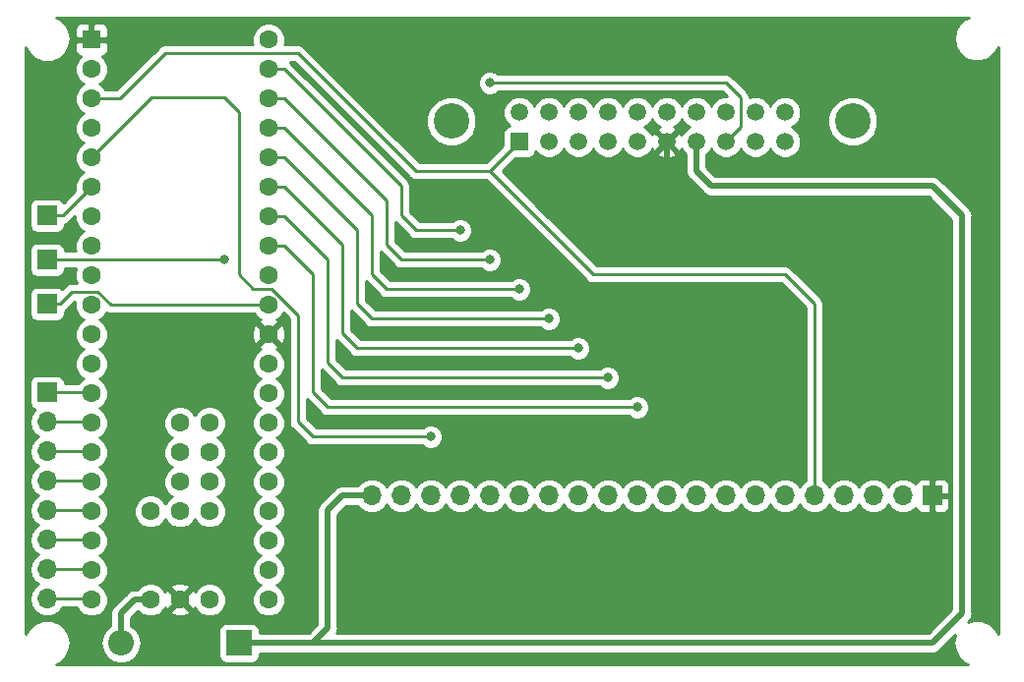
<source format=gbr>
G04 #@! TF.GenerationSoftware,KiCad,Pcbnew,(5.0.1-3-g963ef8bb5)*
G04 #@! TF.CreationDate,2020-01-16T13:34:53+00:00*
G04 #@! TF.ProjectId,SystemKeyboard,53797374656D4B6579626F6172642E6B,rev?*
G04 #@! TF.SameCoordinates,Original*
G04 #@! TF.FileFunction,Copper,L1,Top,Signal*
G04 #@! TF.FilePolarity,Positive*
%FSLAX46Y46*%
G04 Gerber Fmt 4.6, Leading zero omitted, Abs format (unit mm)*
G04 Created by KiCad (PCBNEW (5.0.1-3-g963ef8bb5)) date Thursday, 16 January 2020 at 13:34:53*
%MOMM*%
%LPD*%
G01*
G04 APERTURE LIST*
G04 #@! TA.AperFunction,ComponentPad*
%ADD10C,1.600000*%
G04 #@! TD*
G04 #@! TA.AperFunction,ComponentPad*
%ADD11R,1.600000X1.600000*%
G04 #@! TD*
G04 #@! TA.AperFunction,ComponentPad*
%ADD12C,3.050000*%
G04 #@! TD*
G04 #@! TA.AperFunction,ComponentPad*
%ADD13R,1.520000X1.520000*%
G04 #@! TD*
G04 #@! TA.AperFunction,ComponentPad*
%ADD14C,1.520000*%
G04 #@! TD*
G04 #@! TA.AperFunction,ComponentPad*
%ADD15R,1.700000X1.700000*%
G04 #@! TD*
G04 #@! TA.AperFunction,ComponentPad*
%ADD16O,1.700000X1.700000*%
G04 #@! TD*
G04 #@! TA.AperFunction,ComponentPad*
%ADD17R,2.200000X2.200000*%
G04 #@! TD*
G04 #@! TA.AperFunction,ComponentPad*
%ADD18O,2.200000X2.200000*%
G04 #@! TD*
G04 #@! TA.AperFunction,ViaPad*
%ADD19C,0.800000*%
G04 #@! TD*
G04 #@! TA.AperFunction,Conductor*
%ADD20C,0.250000*%
G04 #@! TD*
G04 #@! TA.AperFunction,Conductor*
%ADD21C,0.500000*%
G04 #@! TD*
G04 #@! TA.AperFunction,Conductor*
%ADD22C,0.254000*%
G04 #@! TD*
G04 APERTURE END LIST*
D10*
G04 #@! TO.P,U1,52*
G04 #@! TO.N,Net-(U1-Pad52)*
X99060000Y-97865001D03*
G04 #@! TO.P,U1,51*
G04 #@! TO.N,Net-(U1-Pad51)*
X101600000Y-97865001D03*
G04 #@! TO.P,U1,50*
G04 #@! TO.N,Net-(U1-Pad50)*
X101600000Y-95325001D03*
G04 #@! TO.P,U1,49*
G04 #@! TO.N,Net-(U1-Pad49)*
X101600000Y-92785001D03*
G04 #@! TO.P,U1,48*
G04 #@! TO.N,Net-(U1-Pad48)*
X101600000Y-90245001D03*
G04 #@! TO.P,U1,47*
G04 #@! TO.N,Net-(U1-Pad47)*
X104140000Y-97865001D03*
G04 #@! TO.P,U1,46*
G04 #@! TO.N,Net-(U1-Pad46)*
X104140000Y-95325001D03*
G04 #@! TO.P,U1,45*
G04 #@! TO.N,Net-(U1-Pad45)*
X104140000Y-92785001D03*
G04 #@! TO.P,U1,44*
G04 #@! TO.N,Net-(U1-Pad44)*
X104140000Y-90245001D03*
G04 #@! TO.P,U1,43*
G04 #@! TO.N,Net-(U1-Pad43)*
X109220000Y-57225001D03*
G04 #@! TO.P,U1,42*
G04 #@! TO.N,/DATA6*
X109220000Y-59765001D03*
G04 #@! TO.P,U1,41*
G04 #@! TO.N,/DATA5*
X109220000Y-62305001D03*
G04 #@! TO.P,U1,40*
G04 #@! TO.N,/DATA4*
X109220000Y-64845001D03*
G04 #@! TO.P,U1,39*
G04 #@! TO.N,/DATA3*
X109220000Y-67385001D03*
G04 #@! TO.P,U1,38*
G04 #@! TO.N,/DATA2*
X109220000Y-69925001D03*
G04 #@! TO.P,U1,37*
G04 #@! TO.N,/DATA1*
X109220000Y-72465001D03*
G04 #@! TO.P,U1,36*
G04 #@! TO.N,/DATA0*
X109220000Y-75005001D03*
G04 #@! TO.P,U1,35*
G04 #@! TO.N,/USRINT1*
X109220000Y-77545001D03*
G04 #@! TO.P,U1,34*
G04 #@! TO.N,/USRINT2*
X109220000Y-80085001D03*
G04 #@! TO.P,U1,33*
G04 #@! TO.N,/GND*
X109220000Y-82625001D03*
G04 #@! TO.P,U1,32*
G04 #@! TO.N,Net-(U1-Pad32)*
X109220000Y-85165001D03*
G04 #@! TO.P,U1,31*
G04 #@! TO.N,Net-(U1-Pad31)*
X109220000Y-87705001D03*
G04 #@! TO.P,U1,30*
G04 #@! TO.N,Net-(U1-Pad30)*
X109220000Y-90245001D03*
G04 #@! TO.P,U1,29*
G04 #@! TO.N,Net-(U1-Pad29)*
X109220000Y-92785001D03*
G04 #@! TO.P,U1,28*
G04 #@! TO.N,Net-(U1-Pad28)*
X109220000Y-95325001D03*
G04 #@! TO.P,U1,27*
G04 #@! TO.N,Net-(U1-Pad27)*
X109220000Y-97865001D03*
G04 #@! TO.P,U1,26*
G04 #@! TO.N,Net-(U1-Pad26)*
X109220000Y-100405001D03*
G04 #@! TO.P,U1,25*
G04 #@! TO.N,Net-(U1-Pad25)*
X109220000Y-102945001D03*
G04 #@! TO.P,U1,24*
G04 #@! TO.N,Net-(U1-Pad24)*
X109220000Y-105485001D03*
G04 #@! TO.P,U1,23*
G04 #@! TO.N,Net-(U1-Pad23)*
X104140000Y-105485001D03*
G04 #@! TO.P,U1,22*
G04 #@! TO.N,/GND*
X101600000Y-105485001D03*
G04 #@! TO.P,U1,21*
G04 #@! TO.N,Net-(D1-Pad2)*
X99060000Y-105485001D03*
G04 #@! TO.P,U1,20*
G04 #@! TO.N,/USR7*
X93980000Y-105485001D03*
G04 #@! TO.P,U1,19*
G04 #@! TO.N,/USR6*
X93980000Y-102945001D03*
G04 #@! TO.P,U1,18*
G04 #@! TO.N,/USR5*
X93980000Y-100405001D03*
G04 #@! TO.P,U1,17*
G04 #@! TO.N,/USR4*
X93980000Y-97865001D03*
G04 #@! TO.P,U1,16*
G04 #@! TO.N,/USR3*
X93980000Y-95325001D03*
G04 #@! TO.P,U1,15*
G04 #@! TO.N,/USR2*
X93980000Y-92785001D03*
G04 #@! TO.P,U1,14*
G04 #@! TO.N,/USR1*
X93980000Y-90245001D03*
G04 #@! TO.P,U1,13*
G04 #@! TO.N,/USR0*
X93980000Y-87705001D03*
G04 #@! TO.P,U1,12*
G04 #@! TO.N,Net-(U1-Pad12)*
X93980000Y-85165001D03*
D11*
G04 #@! TO.P,U1,1*
G04 #@! TO.N,/GND*
X93980000Y-57225001D03*
D10*
G04 #@! TO.P,U1,2*
G04 #@! TO.N,Net-(U1-Pad2)*
X93980000Y-59765001D03*
G04 #@! TO.P,U1,3*
G04 #@! TO.N,/BLANK*
X93980000Y-62305001D03*
G04 #@! TO.P,U1,4*
G04 #@! TO.N,/NRST*
X93980000Y-64845001D03*
G04 #@! TO.P,U1,5*
G04 #@! TO.N,/NSTROBE*
X93980000Y-67385001D03*
G04 #@! TO.P,U1,6*
G04 #@! TO.N,/USRINT0*
X93980000Y-69925001D03*
G04 #@! TO.P,U1,7*
G04 #@! TO.N,Net-(U1-Pad7)*
X93980000Y-72465001D03*
G04 #@! TO.P,U1,8*
G04 #@! TO.N,Net-(U1-Pad8)*
X93980000Y-75005001D03*
G04 #@! TO.P,U1,11*
G04 #@! TO.N,Net-(U1-Pad11)*
X93980000Y-82625001D03*
G04 #@! TO.P,U1,10*
G04 #@! TO.N,Net-(U1-Pad10)*
X93980000Y-80085001D03*
G04 #@! TO.P,U1,9*
G04 #@! TO.N,Net-(U1-Pad9)*
X93980000Y-77545001D03*
G04 #@! TD*
D12*
G04 #@! TO.P,J2,*
G04 #@! TO.N,*
X159510000Y-64260000D03*
X124970000Y-64260000D03*
D13*
G04 #@! TO.P,J2,1*
G04 #@! TO.N,/BLANK*
X130810000Y-66040000D03*
D14*
G04 #@! TO.P,J2,2*
G04 #@! TO.N,Net-(J2-Pad2)*
X130810000Y-63500000D03*
G04 #@! TO.P,J2,3*
G04 #@! TO.N,Net-(J2-Pad3)*
X133350000Y-66040000D03*
G04 #@! TO.P,J2,4*
G04 #@! TO.N,Net-(J2-Pad4)*
X133350000Y-63500000D03*
G04 #@! TO.P,J2,5*
G04 #@! TO.N,Net-(J2-Pad5)*
X135890000Y-66040000D03*
G04 #@! TO.P,J2,6*
G04 #@! TO.N,Net-(J2-Pad6)*
X135890000Y-63500000D03*
G04 #@! TO.P,J2,7*
G04 #@! TO.N,Net-(J2-Pad7)*
X138430000Y-66040000D03*
G04 #@! TO.P,J2,8*
G04 #@! TO.N,Net-(J2-Pad8)*
X138430000Y-63500000D03*
G04 #@! TO.P,J2,9*
G04 #@! TO.N,Net-(J2-Pad9)*
X140970000Y-66040000D03*
G04 #@! TO.P,J2,10*
G04 #@! TO.N,/DATA0*
X140970000Y-63500000D03*
G04 #@! TO.P,J2,11*
G04 #@! TO.N,/GND*
X143510000Y-66040000D03*
G04 #@! TO.P,J2,12*
G04 #@! TO.N,/DATA1*
X143510000Y-63500000D03*
G04 #@! TO.P,J2,13*
G04 #@! TO.N,/VCC*
X146050000Y-66040000D03*
G04 #@! TO.P,J2,14*
G04 #@! TO.N,/DATA2*
X146050000Y-63500000D03*
G04 #@! TO.P,J2,15*
G04 #@! TO.N,/NRST*
X148590000Y-66040000D03*
G04 #@! TO.P,J2,16*
G04 #@! TO.N,/DATA3*
X148590000Y-63500000D03*
G04 #@! TO.P,J2,17*
G04 #@! TO.N,/NSTROBE*
X151130000Y-66040000D03*
G04 #@! TO.P,J2,18*
G04 #@! TO.N,/DATA4*
X151130000Y-63500000D03*
G04 #@! TO.P,J2,19*
G04 #@! TO.N,/DATA6*
X153670000Y-66040000D03*
G04 #@! TO.P,J2,20*
G04 #@! TO.N,/DATA5*
X153670000Y-63500000D03*
G04 #@! TD*
D15*
G04 #@! TO.P,J1,1*
G04 #@! TO.N,/GND*
X166370000Y-96520000D03*
D16*
G04 #@! TO.P,J1,2*
G04 #@! TO.N,Net-(J1-Pad2)*
X163830000Y-96520000D03*
G04 #@! TO.P,J1,3*
G04 #@! TO.N,Net-(J1-Pad3)*
X161290000Y-96520000D03*
G04 #@! TO.P,J1,4*
G04 #@! TO.N,Net-(J1-Pad4)*
X158750000Y-96520000D03*
G04 #@! TO.P,J1,5*
G04 #@! TO.N,/BLANK*
X156210000Y-96520000D03*
G04 #@! TO.P,J1,6*
G04 #@! TO.N,Net-(J1-Pad6)*
X153670000Y-96520000D03*
G04 #@! TO.P,J1,7*
G04 #@! TO.N,Net-(J1-Pad7)*
X151130000Y-96520000D03*
G04 #@! TO.P,J1,8*
G04 #@! TO.N,Net-(J1-Pad8)*
X148590000Y-96520000D03*
G04 #@! TO.P,J1,9*
G04 #@! TO.N,Net-(J1-Pad9)*
X146050000Y-96520000D03*
G04 #@! TO.P,J1,10*
G04 #@! TO.N,Net-(J1-Pad10)*
X143510000Y-96520000D03*
G04 #@! TO.P,J1,11*
G04 #@! TO.N,/DATA0*
X140970000Y-96520000D03*
G04 #@! TO.P,J1,12*
G04 #@! TO.N,/DATA1*
X138430000Y-96520000D03*
G04 #@! TO.P,J1,13*
G04 #@! TO.N,/DATA2*
X135890000Y-96520000D03*
G04 #@! TO.P,J1,14*
G04 #@! TO.N,/DATA3*
X133350000Y-96520000D03*
G04 #@! TO.P,J1,15*
G04 #@! TO.N,/DATA4*
X130810000Y-96520000D03*
G04 #@! TO.P,J1,16*
G04 #@! TO.N,/DATA5*
X128270000Y-96520000D03*
G04 #@! TO.P,J1,17*
G04 #@! TO.N,/DATA6*
X125730000Y-96520000D03*
G04 #@! TO.P,J1,18*
G04 #@! TO.N,/NSTROBE*
X123190000Y-96520000D03*
G04 #@! TO.P,J1,19*
G04 #@! TO.N,/NRST*
X120650000Y-96520000D03*
G04 #@! TO.P,J1,20*
G04 #@! TO.N,/VCC*
X118110000Y-96520000D03*
G04 #@! TD*
D17*
G04 #@! TO.P,D1,1*
G04 #@! TO.N,/VCC*
X106680000Y-109220000D03*
D18*
G04 #@! TO.P,D1,2*
G04 #@! TO.N,Net-(D1-Pad2)*
X96520000Y-109220000D03*
G04 #@! TD*
D15*
G04 #@! TO.P,J3,1*
G04 #@! TO.N,/USRINT0*
X90170000Y-72390000D03*
G04 #@! TD*
G04 #@! TO.P,J4,1*
G04 #@! TO.N,/USRINT1*
X90170000Y-76200000D03*
G04 #@! TD*
G04 #@! TO.P,J5,1*
G04 #@! TO.N,/USRINT2*
X90170000Y-80010000D03*
G04 #@! TD*
G04 #@! TO.P,J6,1*
G04 #@! TO.N,/USR0*
X90170000Y-87630000D03*
D16*
G04 #@! TO.P,J6,2*
G04 #@! TO.N,/USR1*
X90170000Y-90170000D03*
G04 #@! TO.P,J6,3*
G04 #@! TO.N,/USR2*
X90170000Y-92710000D03*
G04 #@! TO.P,J6,4*
G04 #@! TO.N,/USR3*
X90170000Y-95250000D03*
G04 #@! TO.P,J6,5*
G04 #@! TO.N,/USR4*
X90170000Y-97790000D03*
G04 #@! TO.P,J6,6*
G04 #@! TO.N,/USR5*
X90170000Y-100330000D03*
G04 #@! TO.P,J6,7*
G04 #@! TO.N,/USR6*
X90170000Y-102870000D03*
G04 #@! TO.P,J6,8*
G04 #@! TO.N,/USR7*
X90170000Y-105410000D03*
G04 #@! TD*
D19*
G04 #@! TO.N,/DATA0*
X140970000Y-88900000D03*
G04 #@! TO.N,/DATA1*
X138430000Y-86360000D03*
G04 #@! TO.N,/DATA2*
X135890000Y-83820000D03*
G04 #@! TO.N,/DATA3*
X133350000Y-81280000D03*
G04 #@! TO.N,/DATA4*
X130810000Y-78740000D03*
G04 #@! TO.N,/DATA5*
X128270000Y-76200000D03*
G04 #@! TO.N,/DATA6*
X125730000Y-73660000D03*
G04 #@! TO.N,/NSTROBE*
X123190000Y-91440000D03*
G04 #@! TO.N,/NRST*
X128270000Y-60960000D03*
G04 #@! TO.N,/USRINT1*
X105410000Y-76200000D03*
G04 #@! TD*
D20*
G04 #@! TO.N,/GND*
X143510000Y-68580000D02*
X143510000Y-66040000D01*
D21*
X144780000Y-71120000D02*
X143510000Y-69850000D01*
X143510000Y-69850000D02*
X143510000Y-66040000D01*
X143510000Y-69850000D02*
X146050000Y-72390000D01*
X163830000Y-72390000D02*
X166370000Y-74930000D01*
X146050000Y-72390000D02*
X163830000Y-72390000D01*
X166370000Y-96520000D02*
X166370000Y-74930000D01*
D20*
G04 #@! TO.N,/BLANK*
X96444999Y-62305001D02*
X93980000Y-62305001D01*
X100330000Y-58420000D02*
X96444999Y-62305001D01*
X111760000Y-58420000D02*
X100330000Y-58420000D01*
X156210000Y-80010000D02*
X156210000Y-96520000D01*
X153670000Y-77470000D02*
X156210000Y-80010000D01*
X137160000Y-77470000D02*
X153670000Y-77470000D01*
X119380000Y-66040000D02*
X121920000Y-68580000D01*
X132080000Y-72390000D02*
X137160000Y-77470000D01*
X128270000Y-68580000D02*
X132080000Y-72390000D01*
X130810000Y-71120000D02*
X132080000Y-72390000D01*
X120650000Y-67310000D02*
X119380000Y-66040000D01*
X119380000Y-66040000D02*
X111760000Y-58420000D01*
X128270000Y-68580000D02*
X130810000Y-66040000D01*
X121920000Y-68580000D02*
X128270000Y-68580000D01*
G04 #@! TO.N,/DATA0*
X114300000Y-88900000D02*
X140970000Y-88900000D01*
X109220000Y-75005001D02*
X110565001Y-75005001D01*
X110565001Y-75005001D02*
X113030000Y-77470000D01*
X113030000Y-77470000D02*
X113030000Y-87630000D01*
X113030000Y-87630000D02*
X114300000Y-88900000D01*
G04 #@! TO.N,/DATA1*
X115570000Y-86360000D02*
X138430000Y-86360000D01*
X114300000Y-85090000D02*
X115570000Y-86360000D01*
X114300000Y-76200000D02*
X114300000Y-85090000D01*
X110565001Y-72465001D02*
X114300000Y-76200000D01*
X109220000Y-72465001D02*
X110565001Y-72465001D01*
G04 #@! TO.N,/DATA2*
X109220000Y-69925001D02*
X110565001Y-69925001D01*
X110565001Y-69925001D02*
X115570000Y-74930000D01*
X115570000Y-74930000D02*
X115570000Y-82550000D01*
X115570000Y-82550000D02*
X116840000Y-83820000D01*
X116840000Y-83820000D02*
X135890000Y-83820000D01*
G04 #@! TO.N,/DATA3*
X109220000Y-67385001D02*
X110565001Y-67385001D01*
X110565001Y-67385001D02*
X116840000Y-73660000D01*
X116840000Y-73660000D02*
X116840000Y-80010000D01*
X116840000Y-80010000D02*
X118110000Y-81280000D01*
X118110000Y-81280000D02*
X133350000Y-81280000D01*
G04 #@! TO.N,/DATA4*
X109220000Y-64845001D02*
X110565001Y-64845001D01*
X110565001Y-64845001D02*
X118110000Y-72390000D01*
X118110000Y-72390000D02*
X118110000Y-77470000D01*
X119380000Y-78740000D02*
X130810000Y-78740000D01*
X118110000Y-77470000D02*
X119380000Y-78740000D01*
G04 #@! TO.N,/DATA5*
X109220000Y-62305001D02*
X110565001Y-62305001D01*
X110565001Y-62305001D02*
X119380000Y-71120000D01*
X119380000Y-71120000D02*
X119380000Y-74930000D01*
X119380000Y-74930000D02*
X120650000Y-76200000D01*
X120650000Y-76200000D02*
X128270000Y-76200000D01*
G04 #@! TO.N,/DATA6*
X109220000Y-59765001D02*
X110565001Y-59765001D01*
X110565001Y-59765001D02*
X120650000Y-69850000D01*
X120650000Y-69850000D02*
X120650000Y-72390000D01*
X121920000Y-73660000D02*
X125730000Y-73660000D01*
X120650000Y-72390000D02*
X121920000Y-73660000D01*
G04 #@! TO.N,/NSTROBE*
X99135001Y-62230000D02*
X93980000Y-67385001D01*
X105410000Y-62230000D02*
X99135001Y-62230000D01*
X106680000Y-63500000D02*
X105410000Y-62230000D01*
X106680000Y-77470000D02*
X106680000Y-63500000D01*
X111760000Y-90170000D02*
X111760000Y-80959999D01*
X107880002Y-78670002D02*
X106680000Y-77470000D01*
X123190000Y-91440000D02*
X113030000Y-91440000D01*
X109470003Y-78670002D02*
X107880002Y-78670002D01*
X111760000Y-80959999D02*
X109470003Y-78670002D01*
X113030000Y-91440000D02*
X111760000Y-90170000D01*
G04 #@! TO.N,/NRST*
X149860000Y-64770000D02*
X148590000Y-66040000D01*
X149860000Y-62230000D02*
X149860000Y-64770000D01*
X148590000Y-60960000D02*
X149860000Y-62230000D01*
X128270000Y-60960000D02*
X148590000Y-60960000D01*
G04 #@! TO.N,/VCC*
X111760000Y-109220000D02*
X118110000Y-109220000D01*
D21*
X113030000Y-109220000D02*
X114300000Y-107950000D01*
X114300000Y-107950000D02*
X114300000Y-97790000D01*
X115570000Y-96520000D02*
X118110000Y-96520000D01*
X115570000Y-96520000D02*
X114300000Y-97790000D01*
X146050000Y-68580000D02*
X146050000Y-66040000D01*
X166370000Y-109220000D02*
X168910000Y-106680000D01*
X168910000Y-106680000D02*
X168910000Y-72390000D01*
X113030000Y-109220000D02*
X166370000Y-109220000D01*
X146050000Y-68580000D02*
X147320000Y-69850000D01*
X147320000Y-69850000D02*
X166370000Y-69850000D01*
X168910000Y-72390000D02*
X166370000Y-69850000D01*
X110490000Y-109220000D02*
X113030000Y-109220000D01*
X106680000Y-109220000D02*
X111760000Y-109220000D01*
X113030000Y-109220000D02*
X106680000Y-109220000D01*
G04 #@! TO.N,Net-(D1-Pad2)*
X96520000Y-106680000D02*
X96520000Y-109220000D01*
X97714999Y-105485001D02*
X96520000Y-106680000D01*
X97714999Y-105485001D02*
X99060000Y-105485001D01*
D20*
G04 #@! TO.N,/USRINT0*
X91515001Y-72390000D02*
X93980000Y-69925001D01*
X90170000Y-72390000D02*
X91515001Y-72390000D01*
G04 #@! TO.N,/USR0*
X93904999Y-87630000D02*
X93980000Y-87705001D01*
X90170000Y-87630000D02*
X93904999Y-87630000D01*
G04 #@! TO.N,/USR1*
X93904999Y-90170000D02*
X93980000Y-90245001D01*
X90170000Y-90170000D02*
X93904999Y-90170000D01*
G04 #@! TO.N,/USR2*
X93904999Y-92710000D02*
X93980000Y-92785001D01*
X90170000Y-92710000D02*
X93904999Y-92710000D01*
G04 #@! TO.N,/USR3*
X93904999Y-95250000D02*
X93980000Y-95325001D01*
X90170000Y-95250000D02*
X93904999Y-95250000D01*
G04 #@! TO.N,/USR4*
X93904999Y-97790000D02*
X93980000Y-97865001D01*
X90170000Y-97790000D02*
X93904999Y-97790000D01*
G04 #@! TO.N,/USR5*
X93904999Y-100330000D02*
X93980000Y-100405001D01*
X90170000Y-100330000D02*
X93904999Y-100330000D01*
G04 #@! TO.N,/USR6*
X93904999Y-102870000D02*
X93980000Y-102945001D01*
X90170000Y-102870000D02*
X93904999Y-102870000D01*
G04 #@! TO.N,/USR7*
X93904999Y-105410000D02*
X93980000Y-105485001D01*
X90170000Y-105410000D02*
X93904999Y-105410000D01*
G04 #@! TO.N,/USRINT1*
X90170000Y-76200000D02*
X105410000Y-76200000D01*
G04 #@! TO.N,/USRINT2*
X95645002Y-80085001D02*
X109220000Y-80085001D01*
X94520001Y-78960000D02*
X95645002Y-80085001D01*
X92320000Y-78960000D02*
X94520001Y-78960000D01*
X91270000Y-80010000D02*
X92320000Y-78960000D01*
X90170000Y-80010000D02*
X91270000Y-80010000D01*
G04 #@! TD*
D22*
G04 #@! TO.N,/GND*
G36*
X169190000Y-55435270D02*
X168663232Y-55877281D01*
X168319409Y-56472800D01*
X168200000Y-57150000D01*
X168319409Y-57827200D01*
X168663232Y-58422719D01*
X169190000Y-58864730D01*
X169836177Y-59099919D01*
X170523823Y-59099919D01*
X171170000Y-58864730D01*
X171696768Y-58422719D01*
X172010000Y-57880185D01*
X172010001Y-108450424D01*
X171712089Y-107934425D01*
X171180000Y-107487949D01*
X170527296Y-107250384D01*
X169832704Y-107250384D01*
X169452990Y-107388589D01*
X169474156Y-107367423D01*
X169548049Y-107318049D01*
X169743652Y-107025310D01*
X169795000Y-106767165D01*
X169795000Y-106767161D01*
X169812337Y-106680001D01*
X169795000Y-106592841D01*
X169795000Y-72477159D01*
X169812337Y-72389999D01*
X169795000Y-72302839D01*
X169795000Y-72302835D01*
X169743652Y-72044690D01*
X169658380Y-71917072D01*
X169597424Y-71825845D01*
X169597423Y-71825844D01*
X169548049Y-71751951D01*
X169474156Y-71702577D01*
X167057425Y-69285847D01*
X167008049Y-69211951D01*
X166715310Y-69016348D01*
X166457165Y-68965000D01*
X166457161Y-68965000D01*
X166370000Y-68947663D01*
X166282839Y-68965000D01*
X147686579Y-68965000D01*
X146935000Y-68213422D01*
X146935000Y-67127828D01*
X147232624Y-66830204D01*
X147320000Y-66619260D01*
X147407376Y-66830204D01*
X147799796Y-67222624D01*
X148312517Y-67435000D01*
X148867483Y-67435000D01*
X149380204Y-67222624D01*
X149772624Y-66830204D01*
X149860000Y-66619260D01*
X149947376Y-66830204D01*
X150339796Y-67222624D01*
X150852517Y-67435000D01*
X151407483Y-67435000D01*
X151920204Y-67222624D01*
X152312624Y-66830204D01*
X152400000Y-66619260D01*
X152487376Y-66830204D01*
X152879796Y-67222624D01*
X153392517Y-67435000D01*
X153947483Y-67435000D01*
X154460204Y-67222624D01*
X154852624Y-66830204D01*
X155065000Y-66317483D01*
X155065000Y-65762517D01*
X154852624Y-65249796D01*
X154460204Y-64857376D01*
X154249260Y-64770000D01*
X154460204Y-64682624D01*
X154852624Y-64290204D01*
X155043102Y-63830349D01*
X157350000Y-63830349D01*
X157350000Y-64689651D01*
X157678840Y-65483542D01*
X158286458Y-66091160D01*
X159080349Y-66420000D01*
X159939651Y-66420000D01*
X160733542Y-66091160D01*
X161341160Y-65483542D01*
X161670000Y-64689651D01*
X161670000Y-63830349D01*
X161341160Y-63036458D01*
X160733542Y-62428840D01*
X159939651Y-62100000D01*
X159080349Y-62100000D01*
X158286458Y-62428840D01*
X157678840Y-63036458D01*
X157350000Y-63830349D01*
X155043102Y-63830349D01*
X155065000Y-63777483D01*
X155065000Y-63222517D01*
X154852624Y-62709796D01*
X154460204Y-62317376D01*
X153947483Y-62105000D01*
X153392517Y-62105000D01*
X152879796Y-62317376D01*
X152487376Y-62709796D01*
X152400000Y-62920740D01*
X152312624Y-62709796D01*
X151920204Y-62317376D01*
X151407483Y-62105000D01*
X150852517Y-62105000D01*
X150628483Y-62197798D01*
X150620000Y-62155152D01*
X150620000Y-62155148D01*
X150575904Y-61933463D01*
X150407929Y-61682071D01*
X150344473Y-61639671D01*
X149180331Y-60475530D01*
X149137929Y-60412071D01*
X148886537Y-60244096D01*
X148664852Y-60200000D01*
X148664847Y-60200000D01*
X148590000Y-60185112D01*
X148515153Y-60200000D01*
X128973711Y-60200000D01*
X128856280Y-60082569D01*
X128475874Y-59925000D01*
X128064126Y-59925000D01*
X127683720Y-60082569D01*
X127392569Y-60373720D01*
X127235000Y-60754126D01*
X127235000Y-61165874D01*
X127392569Y-61546280D01*
X127683720Y-61837431D01*
X128064126Y-61995000D01*
X128475874Y-61995000D01*
X128856280Y-61837431D01*
X128973711Y-61720000D01*
X148275199Y-61720000D01*
X148660199Y-62105000D01*
X148312517Y-62105000D01*
X147799796Y-62317376D01*
X147407376Y-62709796D01*
X147320000Y-62920740D01*
X147232624Y-62709796D01*
X146840204Y-62317376D01*
X146327483Y-62105000D01*
X145772517Y-62105000D01*
X145259796Y-62317376D01*
X144867376Y-62709796D01*
X144780000Y-62920740D01*
X144692624Y-62709796D01*
X144300204Y-62317376D01*
X143787483Y-62105000D01*
X143232517Y-62105000D01*
X142719796Y-62317376D01*
X142327376Y-62709796D01*
X142240000Y-62920740D01*
X142152624Y-62709796D01*
X141760204Y-62317376D01*
X141247483Y-62105000D01*
X140692517Y-62105000D01*
X140179796Y-62317376D01*
X139787376Y-62709796D01*
X139700000Y-62920740D01*
X139612624Y-62709796D01*
X139220204Y-62317376D01*
X138707483Y-62105000D01*
X138152517Y-62105000D01*
X137639796Y-62317376D01*
X137247376Y-62709796D01*
X137160000Y-62920740D01*
X137072624Y-62709796D01*
X136680204Y-62317376D01*
X136167483Y-62105000D01*
X135612517Y-62105000D01*
X135099796Y-62317376D01*
X134707376Y-62709796D01*
X134620000Y-62920740D01*
X134532624Y-62709796D01*
X134140204Y-62317376D01*
X133627483Y-62105000D01*
X133072517Y-62105000D01*
X132559796Y-62317376D01*
X132167376Y-62709796D01*
X132080000Y-62920740D01*
X131992624Y-62709796D01*
X131600204Y-62317376D01*
X131087483Y-62105000D01*
X130532517Y-62105000D01*
X130019796Y-62317376D01*
X129627376Y-62709796D01*
X129415000Y-63222517D01*
X129415000Y-63777483D01*
X129627376Y-64290204D01*
X129983049Y-64645877D01*
X129802235Y-64681843D01*
X129592191Y-64822191D01*
X129451843Y-65032235D01*
X129402560Y-65280000D01*
X129402560Y-66372638D01*
X127955199Y-67820000D01*
X122234803Y-67820000D01*
X119970333Y-65555532D01*
X119970329Y-65555526D01*
X118245152Y-63830349D01*
X122810000Y-63830349D01*
X122810000Y-64689651D01*
X123138840Y-65483542D01*
X123746458Y-66091160D01*
X124540349Y-66420000D01*
X125399651Y-66420000D01*
X126193542Y-66091160D01*
X126801160Y-65483542D01*
X127130000Y-64689651D01*
X127130000Y-63830349D01*
X126801160Y-63036458D01*
X126193542Y-62428840D01*
X125399651Y-62100000D01*
X124540349Y-62100000D01*
X123746458Y-62428840D01*
X123138840Y-63036458D01*
X122810000Y-63830349D01*
X118245152Y-63830349D01*
X112350331Y-57935530D01*
X112307929Y-57872071D01*
X112056537Y-57704096D01*
X111834852Y-57660000D01*
X111834847Y-57660000D01*
X111760000Y-57645112D01*
X111685153Y-57660000D01*
X110593050Y-57660000D01*
X110655000Y-57510440D01*
X110655000Y-56939562D01*
X110436534Y-56412139D01*
X110032862Y-56008467D01*
X109505439Y-55790001D01*
X108934561Y-55790001D01*
X108407138Y-56008467D01*
X108003466Y-56412139D01*
X107785000Y-56939562D01*
X107785000Y-57510440D01*
X107846950Y-57660000D01*
X100404846Y-57660000D01*
X100329999Y-57645112D01*
X100255152Y-57660000D01*
X100255148Y-57660000D01*
X100033463Y-57704096D01*
X99782071Y-57872071D01*
X99739671Y-57935527D01*
X96130198Y-61545001D01*
X95218430Y-61545001D01*
X95196534Y-61492139D01*
X94792862Y-61088467D01*
X94663784Y-61035001D01*
X94792862Y-60981535D01*
X95196534Y-60577863D01*
X95415000Y-60050440D01*
X95415000Y-59479562D01*
X95196534Y-58952139D01*
X94904396Y-58660001D01*
X94906310Y-58660001D01*
X95139699Y-58563328D01*
X95318327Y-58384699D01*
X95415000Y-58151310D01*
X95415000Y-57510751D01*
X95256250Y-57352001D01*
X94107000Y-57352001D01*
X94107000Y-57372001D01*
X93853000Y-57372001D01*
X93853000Y-57352001D01*
X92703750Y-57352001D01*
X92545000Y-57510751D01*
X92545000Y-58151310D01*
X92641673Y-58384699D01*
X92820301Y-58563328D01*
X93053690Y-58660001D01*
X93055604Y-58660001D01*
X92763466Y-58952139D01*
X92545000Y-59479562D01*
X92545000Y-60050440D01*
X92763466Y-60577863D01*
X93167138Y-60981535D01*
X93296216Y-61035001D01*
X93167138Y-61088467D01*
X92763466Y-61492139D01*
X92545000Y-62019562D01*
X92545000Y-62590440D01*
X92763466Y-63117863D01*
X93167138Y-63521535D01*
X93296216Y-63575001D01*
X93167138Y-63628467D01*
X92763466Y-64032139D01*
X92545000Y-64559562D01*
X92545000Y-65130440D01*
X92763466Y-65657863D01*
X93167138Y-66061535D01*
X93296216Y-66115001D01*
X93167138Y-66168467D01*
X92763466Y-66572139D01*
X92545000Y-67099562D01*
X92545000Y-67670440D01*
X92763466Y-68197863D01*
X93167138Y-68601535D01*
X93296216Y-68655001D01*
X93167138Y-68708467D01*
X92763466Y-69112139D01*
X92545000Y-69639562D01*
X92545000Y-70210440D01*
X92566897Y-70263303D01*
X91586036Y-71244163D01*
X91477809Y-71082191D01*
X91267765Y-70941843D01*
X91020000Y-70892560D01*
X89320000Y-70892560D01*
X89072235Y-70941843D01*
X88862191Y-71082191D01*
X88721843Y-71292235D01*
X88672560Y-71540000D01*
X88672560Y-73240000D01*
X88721843Y-73487765D01*
X88862191Y-73697809D01*
X89072235Y-73838157D01*
X89320000Y-73887440D01*
X91020000Y-73887440D01*
X91267765Y-73838157D01*
X91477809Y-73697809D01*
X91618157Y-73487765D01*
X91667440Y-73240000D01*
X91667440Y-73134567D01*
X91811538Y-73105904D01*
X92062930Y-72937929D01*
X92105332Y-72874470D01*
X92545000Y-72434802D01*
X92545000Y-72750440D01*
X92763466Y-73277863D01*
X93167138Y-73681535D01*
X93296216Y-73735001D01*
X93167138Y-73788467D01*
X92763466Y-74192139D01*
X92545000Y-74719562D01*
X92545000Y-75290440D01*
X92606950Y-75440000D01*
X91667440Y-75440000D01*
X91667440Y-75350000D01*
X91618157Y-75102235D01*
X91477809Y-74892191D01*
X91267765Y-74751843D01*
X91020000Y-74702560D01*
X89320000Y-74702560D01*
X89072235Y-74751843D01*
X88862191Y-74892191D01*
X88721843Y-75102235D01*
X88672560Y-75350000D01*
X88672560Y-77050000D01*
X88721843Y-77297765D01*
X88862191Y-77507809D01*
X89072235Y-77648157D01*
X89320000Y-77697440D01*
X91020000Y-77697440D01*
X91267765Y-77648157D01*
X91477809Y-77507809D01*
X91618157Y-77297765D01*
X91667440Y-77050000D01*
X91667440Y-76960000D01*
X92669083Y-76960000D01*
X92545000Y-77259562D01*
X92545000Y-77830440D01*
X92698077Y-78200000D01*
X92394846Y-78200000D01*
X92319999Y-78185112D01*
X92245152Y-78200000D01*
X92245148Y-78200000D01*
X92023463Y-78244096D01*
X91772071Y-78412071D01*
X91729671Y-78475527D01*
X91487902Y-78717296D01*
X91477809Y-78702191D01*
X91267765Y-78561843D01*
X91020000Y-78512560D01*
X89320000Y-78512560D01*
X89072235Y-78561843D01*
X88862191Y-78702191D01*
X88721843Y-78912235D01*
X88672560Y-79160000D01*
X88672560Y-80860000D01*
X88721843Y-81107765D01*
X88862191Y-81317809D01*
X89072235Y-81458157D01*
X89320000Y-81507440D01*
X91020000Y-81507440D01*
X91267765Y-81458157D01*
X91477809Y-81317809D01*
X91618157Y-81107765D01*
X91667440Y-80860000D01*
X91667440Y-80658483D01*
X91817929Y-80557929D01*
X91860331Y-80494470D01*
X92545000Y-79809802D01*
X92545000Y-80370440D01*
X92763466Y-80897863D01*
X93167138Y-81301535D01*
X93296216Y-81355001D01*
X93167138Y-81408467D01*
X92763466Y-81812139D01*
X92545000Y-82339562D01*
X92545000Y-82910440D01*
X92763466Y-83437863D01*
X93167138Y-83841535D01*
X93296216Y-83895001D01*
X93167138Y-83948467D01*
X92763466Y-84352139D01*
X92545000Y-84879562D01*
X92545000Y-85450440D01*
X92763466Y-85977863D01*
X93167138Y-86381535D01*
X93296216Y-86435001D01*
X93167138Y-86488467D01*
X92785605Y-86870000D01*
X91667440Y-86870000D01*
X91667440Y-86780000D01*
X91618157Y-86532235D01*
X91477809Y-86322191D01*
X91267765Y-86181843D01*
X91020000Y-86132560D01*
X89320000Y-86132560D01*
X89072235Y-86181843D01*
X88862191Y-86322191D01*
X88721843Y-86532235D01*
X88672560Y-86780000D01*
X88672560Y-88480000D01*
X88721843Y-88727765D01*
X88862191Y-88937809D01*
X89072235Y-89078157D01*
X89117619Y-89087184D01*
X89099375Y-89099375D01*
X88771161Y-89590582D01*
X88655908Y-90170000D01*
X88771161Y-90749418D01*
X89099375Y-91240625D01*
X89397761Y-91440000D01*
X89099375Y-91639375D01*
X88771161Y-92130582D01*
X88655908Y-92710000D01*
X88771161Y-93289418D01*
X89099375Y-93780625D01*
X89397761Y-93980000D01*
X89099375Y-94179375D01*
X88771161Y-94670582D01*
X88655908Y-95250000D01*
X88771161Y-95829418D01*
X89099375Y-96320625D01*
X89397761Y-96520000D01*
X89099375Y-96719375D01*
X88771161Y-97210582D01*
X88655908Y-97790000D01*
X88771161Y-98369418D01*
X89099375Y-98860625D01*
X89397761Y-99060000D01*
X89099375Y-99259375D01*
X88771161Y-99750582D01*
X88655908Y-100330000D01*
X88771161Y-100909418D01*
X89099375Y-101400625D01*
X89397761Y-101600000D01*
X89099375Y-101799375D01*
X88771161Y-102290582D01*
X88655908Y-102870000D01*
X88771161Y-103449418D01*
X89099375Y-103940625D01*
X89397761Y-104140000D01*
X89099375Y-104339375D01*
X88771161Y-104830582D01*
X88655908Y-105410000D01*
X88771161Y-105989418D01*
X89099375Y-106480625D01*
X89590582Y-106808839D01*
X90023744Y-106895000D01*
X90316256Y-106895000D01*
X90749418Y-106808839D01*
X91240625Y-106480625D01*
X91448178Y-106170000D01*
X92710503Y-106170000D01*
X92763466Y-106297863D01*
X93167138Y-106701535D01*
X93694561Y-106920001D01*
X94265439Y-106920001D01*
X94792862Y-106701535D01*
X95196534Y-106297863D01*
X95415000Y-105770440D01*
X95415000Y-105199562D01*
X95196534Y-104672139D01*
X94792862Y-104268467D01*
X94663784Y-104215001D01*
X94792862Y-104161535D01*
X95196534Y-103757863D01*
X95415000Y-103230440D01*
X95415000Y-102659562D01*
X95196534Y-102132139D01*
X94792862Y-101728467D01*
X94663784Y-101675001D01*
X94792862Y-101621535D01*
X95196534Y-101217863D01*
X95415000Y-100690440D01*
X95415000Y-100119562D01*
X95196534Y-99592139D01*
X94792862Y-99188467D01*
X94663784Y-99135001D01*
X94792862Y-99081535D01*
X95196534Y-98677863D01*
X95415000Y-98150440D01*
X95415000Y-97579562D01*
X97625000Y-97579562D01*
X97625000Y-98150440D01*
X97843466Y-98677863D01*
X98247138Y-99081535D01*
X98774561Y-99300001D01*
X99345439Y-99300001D01*
X99872862Y-99081535D01*
X100276534Y-98677863D01*
X100330000Y-98548785D01*
X100383466Y-98677863D01*
X100787138Y-99081535D01*
X101314561Y-99300001D01*
X101885439Y-99300001D01*
X102412862Y-99081535D01*
X102816534Y-98677863D01*
X102870000Y-98548785D01*
X102923466Y-98677863D01*
X103327138Y-99081535D01*
X103854561Y-99300001D01*
X104425439Y-99300001D01*
X104952862Y-99081535D01*
X105356534Y-98677863D01*
X105575000Y-98150440D01*
X105575000Y-97579562D01*
X105356534Y-97052139D01*
X104952862Y-96648467D01*
X104823784Y-96595001D01*
X104952862Y-96541535D01*
X105356534Y-96137863D01*
X105575000Y-95610440D01*
X105575000Y-95039562D01*
X105356534Y-94512139D01*
X104952862Y-94108467D01*
X104823784Y-94055001D01*
X104952862Y-94001535D01*
X105356534Y-93597863D01*
X105575000Y-93070440D01*
X105575000Y-92499562D01*
X105356534Y-91972139D01*
X104952862Y-91568467D01*
X104823784Y-91515001D01*
X104952862Y-91461535D01*
X105356534Y-91057863D01*
X105575000Y-90530440D01*
X105575000Y-89959562D01*
X105356534Y-89432139D01*
X104952862Y-89028467D01*
X104425439Y-88810001D01*
X103854561Y-88810001D01*
X103327138Y-89028467D01*
X102923466Y-89432139D01*
X102870000Y-89561217D01*
X102816534Y-89432139D01*
X102412862Y-89028467D01*
X101885439Y-88810001D01*
X101314561Y-88810001D01*
X100787138Y-89028467D01*
X100383466Y-89432139D01*
X100165000Y-89959562D01*
X100165000Y-90530440D01*
X100383466Y-91057863D01*
X100787138Y-91461535D01*
X100916216Y-91515001D01*
X100787138Y-91568467D01*
X100383466Y-91972139D01*
X100165000Y-92499562D01*
X100165000Y-93070440D01*
X100383466Y-93597863D01*
X100787138Y-94001535D01*
X100916216Y-94055001D01*
X100787138Y-94108467D01*
X100383466Y-94512139D01*
X100165000Y-95039562D01*
X100165000Y-95610440D01*
X100383466Y-96137863D01*
X100787138Y-96541535D01*
X100916216Y-96595001D01*
X100787138Y-96648467D01*
X100383466Y-97052139D01*
X100330000Y-97181217D01*
X100276534Y-97052139D01*
X99872862Y-96648467D01*
X99345439Y-96430001D01*
X98774561Y-96430001D01*
X98247138Y-96648467D01*
X97843466Y-97052139D01*
X97625000Y-97579562D01*
X95415000Y-97579562D01*
X95196534Y-97052139D01*
X94792862Y-96648467D01*
X94663784Y-96595001D01*
X94792862Y-96541535D01*
X95196534Y-96137863D01*
X95415000Y-95610440D01*
X95415000Y-95039562D01*
X95196534Y-94512139D01*
X94792862Y-94108467D01*
X94663784Y-94055001D01*
X94792862Y-94001535D01*
X95196534Y-93597863D01*
X95415000Y-93070440D01*
X95415000Y-92499562D01*
X95196534Y-91972139D01*
X94792862Y-91568467D01*
X94663784Y-91515001D01*
X94792862Y-91461535D01*
X95196534Y-91057863D01*
X95415000Y-90530440D01*
X95415000Y-89959562D01*
X95196534Y-89432139D01*
X94792862Y-89028467D01*
X94663784Y-88975001D01*
X94792862Y-88921535D01*
X95196534Y-88517863D01*
X95415000Y-87990440D01*
X95415000Y-87419562D01*
X95196534Y-86892139D01*
X94792862Y-86488467D01*
X94663784Y-86435001D01*
X94792862Y-86381535D01*
X95196534Y-85977863D01*
X95415000Y-85450440D01*
X95415000Y-84879562D01*
X107785000Y-84879562D01*
X107785000Y-85450440D01*
X108003466Y-85977863D01*
X108407138Y-86381535D01*
X108536216Y-86435001D01*
X108407138Y-86488467D01*
X108003466Y-86892139D01*
X107785000Y-87419562D01*
X107785000Y-87990440D01*
X108003466Y-88517863D01*
X108407138Y-88921535D01*
X108536216Y-88975001D01*
X108407138Y-89028467D01*
X108003466Y-89432139D01*
X107785000Y-89959562D01*
X107785000Y-90530440D01*
X108003466Y-91057863D01*
X108407138Y-91461535D01*
X108536216Y-91515001D01*
X108407138Y-91568467D01*
X108003466Y-91972139D01*
X107785000Y-92499562D01*
X107785000Y-93070440D01*
X108003466Y-93597863D01*
X108407138Y-94001535D01*
X108536216Y-94055001D01*
X108407138Y-94108467D01*
X108003466Y-94512139D01*
X107785000Y-95039562D01*
X107785000Y-95610440D01*
X108003466Y-96137863D01*
X108407138Y-96541535D01*
X108536216Y-96595001D01*
X108407138Y-96648467D01*
X108003466Y-97052139D01*
X107785000Y-97579562D01*
X107785000Y-98150440D01*
X108003466Y-98677863D01*
X108407138Y-99081535D01*
X108536216Y-99135001D01*
X108407138Y-99188467D01*
X108003466Y-99592139D01*
X107785000Y-100119562D01*
X107785000Y-100690440D01*
X108003466Y-101217863D01*
X108407138Y-101621535D01*
X108536216Y-101675001D01*
X108407138Y-101728467D01*
X108003466Y-102132139D01*
X107785000Y-102659562D01*
X107785000Y-103230440D01*
X108003466Y-103757863D01*
X108407138Y-104161535D01*
X108536216Y-104215001D01*
X108407138Y-104268467D01*
X108003466Y-104672139D01*
X107785000Y-105199562D01*
X107785000Y-105770440D01*
X108003466Y-106297863D01*
X108407138Y-106701535D01*
X108934561Y-106920001D01*
X109505439Y-106920001D01*
X110032862Y-106701535D01*
X110436534Y-106297863D01*
X110655000Y-105770440D01*
X110655000Y-105199562D01*
X110436534Y-104672139D01*
X110032862Y-104268467D01*
X109903784Y-104215001D01*
X110032862Y-104161535D01*
X110436534Y-103757863D01*
X110655000Y-103230440D01*
X110655000Y-102659562D01*
X110436534Y-102132139D01*
X110032862Y-101728467D01*
X109903784Y-101675001D01*
X110032862Y-101621535D01*
X110436534Y-101217863D01*
X110655000Y-100690440D01*
X110655000Y-100119562D01*
X110436534Y-99592139D01*
X110032862Y-99188467D01*
X109903784Y-99135001D01*
X110032862Y-99081535D01*
X110436534Y-98677863D01*
X110655000Y-98150440D01*
X110655000Y-97579562D01*
X110436534Y-97052139D01*
X110032862Y-96648467D01*
X109903784Y-96595001D01*
X110032862Y-96541535D01*
X110436534Y-96137863D01*
X110655000Y-95610440D01*
X110655000Y-95039562D01*
X110436534Y-94512139D01*
X110032862Y-94108467D01*
X109903784Y-94055001D01*
X110032862Y-94001535D01*
X110436534Y-93597863D01*
X110655000Y-93070440D01*
X110655000Y-92499562D01*
X110436534Y-91972139D01*
X110032862Y-91568467D01*
X109903784Y-91515001D01*
X110032862Y-91461535D01*
X110436534Y-91057863D01*
X110655000Y-90530440D01*
X110655000Y-89959562D01*
X110436534Y-89432139D01*
X110032862Y-89028467D01*
X109903784Y-88975001D01*
X110032862Y-88921535D01*
X110436534Y-88517863D01*
X110655000Y-87990440D01*
X110655000Y-87419562D01*
X110436534Y-86892139D01*
X110032862Y-86488467D01*
X109903784Y-86435001D01*
X110032862Y-86381535D01*
X110436534Y-85977863D01*
X110655000Y-85450440D01*
X110655000Y-84879562D01*
X110436534Y-84352139D01*
X110032862Y-83948467D01*
X109919417Y-83901476D01*
X109974005Y-83878865D01*
X110048139Y-83632746D01*
X109220000Y-82804606D01*
X108391861Y-83632746D01*
X108465995Y-83878865D01*
X108524448Y-83899875D01*
X108407138Y-83948467D01*
X108003466Y-84352139D01*
X107785000Y-84879562D01*
X95415000Y-84879562D01*
X95196534Y-84352139D01*
X94792862Y-83948467D01*
X94663784Y-83895001D01*
X94792862Y-83841535D01*
X95196534Y-83437863D01*
X95415000Y-82910440D01*
X95415000Y-82408224D01*
X107773035Y-82408224D01*
X107800222Y-82978455D01*
X107966136Y-83379006D01*
X108212255Y-83453140D01*
X109040395Y-82625001D01*
X109399605Y-82625001D01*
X110227745Y-83453140D01*
X110473864Y-83379006D01*
X110666965Y-82841778D01*
X110639778Y-82271547D01*
X110473864Y-81870996D01*
X110227745Y-81796862D01*
X109399605Y-82625001D01*
X109040395Y-82625001D01*
X108212255Y-81796862D01*
X107966136Y-81870996D01*
X107773035Y-82408224D01*
X95415000Y-82408224D01*
X95415000Y-82339562D01*
X95196534Y-81812139D01*
X94792862Y-81408467D01*
X94663784Y-81355001D01*
X94792862Y-81301535D01*
X95196534Y-80897863D01*
X95260924Y-80742412D01*
X95348464Y-80800905D01*
X95396607Y-80810481D01*
X95570150Y-80845001D01*
X95570154Y-80845001D01*
X95645002Y-80859889D01*
X95719850Y-80845001D01*
X107981570Y-80845001D01*
X108003466Y-80897863D01*
X108407138Y-81301535D01*
X108520583Y-81348526D01*
X108465995Y-81371137D01*
X108391861Y-81617256D01*
X109220000Y-82445396D01*
X110048139Y-81617256D01*
X109974005Y-81371137D01*
X109915552Y-81350127D01*
X110032862Y-81301535D01*
X110436534Y-80897863D01*
X110491167Y-80765968D01*
X111000001Y-81274802D01*
X111000000Y-90095153D01*
X110985112Y-90170000D01*
X111000000Y-90244847D01*
X111000000Y-90244851D01*
X111044096Y-90466536D01*
X111212071Y-90717929D01*
X111275530Y-90760331D01*
X112439671Y-91924473D01*
X112482071Y-91987929D01*
X112733463Y-92155904D01*
X112955148Y-92200000D01*
X112955152Y-92200000D01*
X113029999Y-92214888D01*
X113104846Y-92200000D01*
X122486289Y-92200000D01*
X122603720Y-92317431D01*
X122984126Y-92475000D01*
X123395874Y-92475000D01*
X123776280Y-92317431D01*
X124067431Y-92026280D01*
X124225000Y-91645874D01*
X124225000Y-91234126D01*
X124067431Y-90853720D01*
X123776280Y-90562569D01*
X123395874Y-90405000D01*
X122984126Y-90405000D01*
X122603720Y-90562569D01*
X122486289Y-90680000D01*
X113344802Y-90680000D01*
X112520000Y-89855199D01*
X112520000Y-88203272D01*
X112545528Y-88220329D01*
X113709671Y-89384473D01*
X113752071Y-89447929D01*
X114003463Y-89615904D01*
X114225148Y-89660000D01*
X114225152Y-89660000D01*
X114299999Y-89674888D01*
X114374846Y-89660000D01*
X140266289Y-89660000D01*
X140383720Y-89777431D01*
X140764126Y-89935000D01*
X141175874Y-89935000D01*
X141556280Y-89777431D01*
X141847431Y-89486280D01*
X142005000Y-89105874D01*
X142005000Y-88694126D01*
X141847431Y-88313720D01*
X141556280Y-88022569D01*
X141175874Y-87865000D01*
X140764126Y-87865000D01*
X140383720Y-88022569D01*
X140266289Y-88140000D01*
X114614802Y-88140000D01*
X113790000Y-87315199D01*
X113790000Y-85663272D01*
X113815528Y-85680329D01*
X114979671Y-86844473D01*
X115022071Y-86907929D01*
X115273463Y-87075904D01*
X115495148Y-87120000D01*
X115495152Y-87120000D01*
X115569999Y-87134888D01*
X115644846Y-87120000D01*
X137726289Y-87120000D01*
X137843720Y-87237431D01*
X138224126Y-87395000D01*
X138635874Y-87395000D01*
X139016280Y-87237431D01*
X139307431Y-86946280D01*
X139465000Y-86565874D01*
X139465000Y-86154126D01*
X139307431Y-85773720D01*
X139016280Y-85482569D01*
X138635874Y-85325000D01*
X138224126Y-85325000D01*
X137843720Y-85482569D01*
X137726289Y-85600000D01*
X115884802Y-85600000D01*
X115060000Y-84775199D01*
X115060000Y-83123272D01*
X115085528Y-83140329D01*
X116249671Y-84304473D01*
X116292071Y-84367929D01*
X116543463Y-84535904D01*
X116765148Y-84580000D01*
X116765152Y-84580000D01*
X116839999Y-84594888D01*
X116914846Y-84580000D01*
X135186289Y-84580000D01*
X135303720Y-84697431D01*
X135684126Y-84855000D01*
X136095874Y-84855000D01*
X136476280Y-84697431D01*
X136767431Y-84406280D01*
X136925000Y-84025874D01*
X136925000Y-83614126D01*
X136767431Y-83233720D01*
X136476280Y-82942569D01*
X136095874Y-82785000D01*
X135684126Y-82785000D01*
X135303720Y-82942569D01*
X135186289Y-83060000D01*
X117154802Y-83060000D01*
X116330000Y-82235199D01*
X116330000Y-80583272D01*
X116355528Y-80600329D01*
X117519671Y-81764473D01*
X117562071Y-81827929D01*
X117813463Y-81995904D01*
X118035148Y-82040000D01*
X118035152Y-82040000D01*
X118109999Y-82054888D01*
X118184846Y-82040000D01*
X132646289Y-82040000D01*
X132763720Y-82157431D01*
X133144126Y-82315000D01*
X133555874Y-82315000D01*
X133936280Y-82157431D01*
X134227431Y-81866280D01*
X134385000Y-81485874D01*
X134385000Y-81074126D01*
X134227431Y-80693720D01*
X133936280Y-80402569D01*
X133555874Y-80245000D01*
X133144126Y-80245000D01*
X132763720Y-80402569D01*
X132646289Y-80520000D01*
X118424802Y-80520000D01*
X117600000Y-79695199D01*
X117600000Y-78043272D01*
X117625528Y-78060329D01*
X118789671Y-79224473D01*
X118832071Y-79287929D01*
X119083463Y-79455904D01*
X119305148Y-79500000D01*
X119305152Y-79500000D01*
X119379999Y-79514888D01*
X119454846Y-79500000D01*
X130106289Y-79500000D01*
X130223720Y-79617431D01*
X130604126Y-79775000D01*
X131015874Y-79775000D01*
X131396280Y-79617431D01*
X131687431Y-79326280D01*
X131845000Y-78945874D01*
X131845000Y-78534126D01*
X131687431Y-78153720D01*
X131396280Y-77862569D01*
X131015874Y-77705000D01*
X130604126Y-77705000D01*
X130223720Y-77862569D01*
X130106289Y-77980000D01*
X119694802Y-77980000D01*
X118870000Y-77155199D01*
X118870000Y-75503272D01*
X118895528Y-75520329D01*
X120059671Y-76684473D01*
X120102071Y-76747929D01*
X120353463Y-76915904D01*
X120575148Y-76960000D01*
X120575152Y-76960000D01*
X120649999Y-76974888D01*
X120724846Y-76960000D01*
X127566289Y-76960000D01*
X127683720Y-77077431D01*
X128064126Y-77235000D01*
X128475874Y-77235000D01*
X128856280Y-77077431D01*
X129147431Y-76786280D01*
X129305000Y-76405874D01*
X129305000Y-75994126D01*
X129147431Y-75613720D01*
X128856280Y-75322569D01*
X128475874Y-75165000D01*
X128064126Y-75165000D01*
X127683720Y-75322569D01*
X127566289Y-75440000D01*
X120964802Y-75440000D01*
X120140000Y-74615199D01*
X120140000Y-72963272D01*
X120165528Y-72980329D01*
X121329671Y-74144473D01*
X121372071Y-74207929D01*
X121623463Y-74375904D01*
X121845148Y-74420000D01*
X121845152Y-74420000D01*
X121919999Y-74434888D01*
X121994846Y-74420000D01*
X125026289Y-74420000D01*
X125143720Y-74537431D01*
X125524126Y-74695000D01*
X125935874Y-74695000D01*
X126316280Y-74537431D01*
X126607431Y-74246280D01*
X126765000Y-73865874D01*
X126765000Y-73454126D01*
X126607431Y-73073720D01*
X126316280Y-72782569D01*
X125935874Y-72625000D01*
X125524126Y-72625000D01*
X125143720Y-72782569D01*
X125026289Y-72900000D01*
X122234802Y-72900000D01*
X121410000Y-72075199D01*
X121410000Y-69924846D01*
X121424888Y-69849999D01*
X121410000Y-69775152D01*
X121410000Y-69775148D01*
X121365904Y-69553463D01*
X121318380Y-69482338D01*
X121240329Y-69365526D01*
X121240327Y-69365524D01*
X121197929Y-69302071D01*
X121134476Y-69259673D01*
X111155332Y-59280531D01*
X111112930Y-59217072D01*
X111057448Y-59180000D01*
X111445199Y-59180000D01*
X118895526Y-66630329D01*
X118895532Y-66630333D01*
X121329673Y-69064476D01*
X121372071Y-69127929D01*
X121435524Y-69170327D01*
X121435526Y-69170329D01*
X121560902Y-69254102D01*
X121623463Y-69295904D01*
X121845148Y-69340000D01*
X121845152Y-69340000D01*
X121919999Y-69354888D01*
X121994846Y-69340000D01*
X127955199Y-69340000D01*
X131595527Y-72980329D01*
X131595530Y-72980331D01*
X136569670Y-77954472D01*
X136612071Y-78017929D01*
X136863463Y-78185904D01*
X137085148Y-78230000D01*
X137085153Y-78230000D01*
X137160000Y-78244888D01*
X137234847Y-78230000D01*
X153355199Y-78230000D01*
X155450000Y-80324803D01*
X155450001Y-95241821D01*
X155139375Y-95449375D01*
X154940000Y-95747761D01*
X154740625Y-95449375D01*
X154249418Y-95121161D01*
X153816256Y-95035000D01*
X153523744Y-95035000D01*
X153090582Y-95121161D01*
X152599375Y-95449375D01*
X152400000Y-95747761D01*
X152200625Y-95449375D01*
X151709418Y-95121161D01*
X151276256Y-95035000D01*
X150983744Y-95035000D01*
X150550582Y-95121161D01*
X150059375Y-95449375D01*
X149860000Y-95747761D01*
X149660625Y-95449375D01*
X149169418Y-95121161D01*
X148736256Y-95035000D01*
X148443744Y-95035000D01*
X148010582Y-95121161D01*
X147519375Y-95449375D01*
X147320000Y-95747761D01*
X147120625Y-95449375D01*
X146629418Y-95121161D01*
X146196256Y-95035000D01*
X145903744Y-95035000D01*
X145470582Y-95121161D01*
X144979375Y-95449375D01*
X144780000Y-95747761D01*
X144580625Y-95449375D01*
X144089418Y-95121161D01*
X143656256Y-95035000D01*
X143363744Y-95035000D01*
X142930582Y-95121161D01*
X142439375Y-95449375D01*
X142240000Y-95747761D01*
X142040625Y-95449375D01*
X141549418Y-95121161D01*
X141116256Y-95035000D01*
X140823744Y-95035000D01*
X140390582Y-95121161D01*
X139899375Y-95449375D01*
X139700000Y-95747761D01*
X139500625Y-95449375D01*
X139009418Y-95121161D01*
X138576256Y-95035000D01*
X138283744Y-95035000D01*
X137850582Y-95121161D01*
X137359375Y-95449375D01*
X137160000Y-95747761D01*
X136960625Y-95449375D01*
X136469418Y-95121161D01*
X136036256Y-95035000D01*
X135743744Y-95035000D01*
X135310582Y-95121161D01*
X134819375Y-95449375D01*
X134620000Y-95747761D01*
X134420625Y-95449375D01*
X133929418Y-95121161D01*
X133496256Y-95035000D01*
X133203744Y-95035000D01*
X132770582Y-95121161D01*
X132279375Y-95449375D01*
X132080000Y-95747761D01*
X131880625Y-95449375D01*
X131389418Y-95121161D01*
X130956256Y-95035000D01*
X130663744Y-95035000D01*
X130230582Y-95121161D01*
X129739375Y-95449375D01*
X129540000Y-95747761D01*
X129340625Y-95449375D01*
X128849418Y-95121161D01*
X128416256Y-95035000D01*
X128123744Y-95035000D01*
X127690582Y-95121161D01*
X127199375Y-95449375D01*
X127000000Y-95747761D01*
X126800625Y-95449375D01*
X126309418Y-95121161D01*
X125876256Y-95035000D01*
X125583744Y-95035000D01*
X125150582Y-95121161D01*
X124659375Y-95449375D01*
X124460000Y-95747761D01*
X124260625Y-95449375D01*
X123769418Y-95121161D01*
X123336256Y-95035000D01*
X123043744Y-95035000D01*
X122610582Y-95121161D01*
X122119375Y-95449375D01*
X121920000Y-95747761D01*
X121720625Y-95449375D01*
X121229418Y-95121161D01*
X120796256Y-95035000D01*
X120503744Y-95035000D01*
X120070582Y-95121161D01*
X119579375Y-95449375D01*
X119380000Y-95747761D01*
X119180625Y-95449375D01*
X118689418Y-95121161D01*
X118256256Y-95035000D01*
X117963744Y-95035000D01*
X117530582Y-95121161D01*
X117039375Y-95449375D01*
X116915344Y-95635000D01*
X115657159Y-95635000D01*
X115569999Y-95617663D01*
X115482839Y-95635000D01*
X115482835Y-95635000D01*
X115224690Y-95686348D01*
X115224688Y-95686349D01*
X115224689Y-95686349D01*
X115005845Y-95832576D01*
X115005844Y-95832577D01*
X114931951Y-95881951D01*
X114882577Y-95955844D01*
X113735845Y-97102577D01*
X113661952Y-97151951D01*
X113612578Y-97225844D01*
X113612576Y-97225846D01*
X113466348Y-97444691D01*
X113397663Y-97790000D01*
X113415001Y-97877165D01*
X113415000Y-107583421D01*
X112663422Y-108335000D01*
X108427440Y-108335000D01*
X108427440Y-108120000D01*
X108378157Y-107872235D01*
X108237809Y-107662191D01*
X108027765Y-107521843D01*
X107780000Y-107472560D01*
X105580000Y-107472560D01*
X105332235Y-107521843D01*
X105122191Y-107662191D01*
X104981843Y-107872235D01*
X104932560Y-108120000D01*
X104932560Y-110320000D01*
X104981843Y-110567765D01*
X105122191Y-110777809D01*
X105332235Y-110918157D01*
X105580000Y-110967440D01*
X107780000Y-110967440D01*
X108027765Y-110918157D01*
X108237809Y-110777809D01*
X108378157Y-110567765D01*
X108427440Y-110320000D01*
X108427440Y-110105000D01*
X112942839Y-110105000D01*
X113030000Y-110122337D01*
X113117161Y-110105000D01*
X166282839Y-110105000D01*
X166370000Y-110122337D01*
X166457161Y-110105000D01*
X166457165Y-110105000D01*
X166715310Y-110053652D01*
X167008049Y-109858049D01*
X167057425Y-109784153D01*
X168299544Y-108542035D01*
X168180000Y-109220000D01*
X168300615Y-109904040D01*
X168647911Y-110505575D01*
X169180000Y-110952051D01*
X169449112Y-111050000D01*
X90900888Y-111050000D01*
X91170000Y-110952051D01*
X91702089Y-110505575D01*
X92049385Y-109904040D01*
X92170000Y-109220000D01*
X94751010Y-109220000D01*
X94885666Y-109896963D01*
X95269135Y-110470865D01*
X95843037Y-110854334D01*
X96349120Y-110955000D01*
X96690880Y-110955000D01*
X97196963Y-110854334D01*
X97770865Y-110470865D01*
X98154334Y-109896963D01*
X98288990Y-109220000D01*
X98154334Y-108543037D01*
X97770865Y-107969135D01*
X97405000Y-107724672D01*
X97405000Y-107046578D01*
X97998591Y-106452988D01*
X98247138Y-106701535D01*
X98774561Y-106920001D01*
X99345439Y-106920001D01*
X99872862Y-106701535D01*
X100081651Y-106492746D01*
X100771861Y-106492746D01*
X100845995Y-106738865D01*
X101383223Y-106931966D01*
X101953454Y-106904779D01*
X102354005Y-106738865D01*
X102428139Y-106492746D01*
X101600000Y-105664606D01*
X100771861Y-106492746D01*
X100081651Y-106492746D01*
X100276534Y-106297863D01*
X100323525Y-106184418D01*
X100346136Y-106239006D01*
X100592255Y-106313140D01*
X101420395Y-105485001D01*
X101779605Y-105485001D01*
X102607745Y-106313140D01*
X102853864Y-106239006D01*
X102874874Y-106180553D01*
X102923466Y-106297863D01*
X103327138Y-106701535D01*
X103854561Y-106920001D01*
X104425439Y-106920001D01*
X104952862Y-106701535D01*
X105356534Y-106297863D01*
X105575000Y-105770440D01*
X105575000Y-105199562D01*
X105356534Y-104672139D01*
X104952862Y-104268467D01*
X104425439Y-104050001D01*
X103854561Y-104050001D01*
X103327138Y-104268467D01*
X102923466Y-104672139D01*
X102876475Y-104785584D01*
X102853864Y-104730996D01*
X102607745Y-104656862D01*
X101779605Y-105485001D01*
X101420395Y-105485001D01*
X100592255Y-104656862D01*
X100346136Y-104730996D01*
X100325126Y-104789449D01*
X100276534Y-104672139D01*
X100081651Y-104477256D01*
X100771861Y-104477256D01*
X101600000Y-105305396D01*
X102428139Y-104477256D01*
X102354005Y-104231137D01*
X101816777Y-104038036D01*
X101246546Y-104065223D01*
X100845995Y-104231137D01*
X100771861Y-104477256D01*
X100081651Y-104477256D01*
X99872862Y-104268467D01*
X99345439Y-104050001D01*
X98774561Y-104050001D01*
X98247138Y-104268467D01*
X97915604Y-104600001D01*
X97802160Y-104600001D01*
X97714999Y-104582664D01*
X97627838Y-104600001D01*
X97627834Y-104600001D01*
X97376471Y-104650000D01*
X97369689Y-104651349D01*
X97150844Y-104797577D01*
X97150843Y-104797578D01*
X97076950Y-104846952D01*
X97027576Y-104920845D01*
X95955847Y-105992575D01*
X95881951Y-106041951D01*
X95686348Y-106334691D01*
X95635000Y-106592836D01*
X95635000Y-106592839D01*
X95617663Y-106680000D01*
X95635000Y-106767161D01*
X95635000Y-107724672D01*
X95269135Y-107969135D01*
X94885666Y-108543037D01*
X94751010Y-109220000D01*
X92170000Y-109220000D01*
X92049385Y-108535960D01*
X91702089Y-107934425D01*
X91170000Y-107487949D01*
X90517296Y-107250384D01*
X89822704Y-107250384D01*
X89170000Y-107487949D01*
X88637911Y-107934425D01*
X88340000Y-108450423D01*
X88340000Y-57919577D01*
X88637911Y-58435575D01*
X89170000Y-58882051D01*
X89822704Y-59119616D01*
X90517296Y-59119616D01*
X91170000Y-58882051D01*
X91702089Y-58435575D01*
X92049385Y-57834040D01*
X92170000Y-57150000D01*
X92049385Y-56465960D01*
X91952813Y-56298692D01*
X92545000Y-56298692D01*
X92545000Y-56939251D01*
X92703750Y-57098001D01*
X93853000Y-57098001D01*
X93853000Y-55948751D01*
X94107000Y-55948751D01*
X94107000Y-57098001D01*
X95256250Y-57098001D01*
X95415000Y-56939251D01*
X95415000Y-56298692D01*
X95318327Y-56065303D01*
X95139699Y-55886674D01*
X94906310Y-55790001D01*
X94265750Y-55790001D01*
X94107000Y-55948751D01*
X93853000Y-55948751D01*
X93694250Y-55790001D01*
X93053690Y-55790001D01*
X92820301Y-55886674D01*
X92641673Y-56065303D01*
X92545000Y-56298692D01*
X91952813Y-56298692D01*
X91702089Y-55864425D01*
X91170000Y-55417949D01*
X90900888Y-55320000D01*
X169506702Y-55320000D01*
X169190000Y-55435270D01*
X169190000Y-55435270D01*
G37*
X169190000Y-55435270D02*
X168663232Y-55877281D01*
X168319409Y-56472800D01*
X168200000Y-57150000D01*
X168319409Y-57827200D01*
X168663232Y-58422719D01*
X169190000Y-58864730D01*
X169836177Y-59099919D01*
X170523823Y-59099919D01*
X171170000Y-58864730D01*
X171696768Y-58422719D01*
X172010000Y-57880185D01*
X172010001Y-108450424D01*
X171712089Y-107934425D01*
X171180000Y-107487949D01*
X170527296Y-107250384D01*
X169832704Y-107250384D01*
X169452990Y-107388589D01*
X169474156Y-107367423D01*
X169548049Y-107318049D01*
X169743652Y-107025310D01*
X169795000Y-106767165D01*
X169795000Y-106767161D01*
X169812337Y-106680001D01*
X169795000Y-106592841D01*
X169795000Y-72477159D01*
X169812337Y-72389999D01*
X169795000Y-72302839D01*
X169795000Y-72302835D01*
X169743652Y-72044690D01*
X169658380Y-71917072D01*
X169597424Y-71825845D01*
X169597423Y-71825844D01*
X169548049Y-71751951D01*
X169474156Y-71702577D01*
X167057425Y-69285847D01*
X167008049Y-69211951D01*
X166715310Y-69016348D01*
X166457165Y-68965000D01*
X166457161Y-68965000D01*
X166370000Y-68947663D01*
X166282839Y-68965000D01*
X147686579Y-68965000D01*
X146935000Y-68213422D01*
X146935000Y-67127828D01*
X147232624Y-66830204D01*
X147320000Y-66619260D01*
X147407376Y-66830204D01*
X147799796Y-67222624D01*
X148312517Y-67435000D01*
X148867483Y-67435000D01*
X149380204Y-67222624D01*
X149772624Y-66830204D01*
X149860000Y-66619260D01*
X149947376Y-66830204D01*
X150339796Y-67222624D01*
X150852517Y-67435000D01*
X151407483Y-67435000D01*
X151920204Y-67222624D01*
X152312624Y-66830204D01*
X152400000Y-66619260D01*
X152487376Y-66830204D01*
X152879796Y-67222624D01*
X153392517Y-67435000D01*
X153947483Y-67435000D01*
X154460204Y-67222624D01*
X154852624Y-66830204D01*
X155065000Y-66317483D01*
X155065000Y-65762517D01*
X154852624Y-65249796D01*
X154460204Y-64857376D01*
X154249260Y-64770000D01*
X154460204Y-64682624D01*
X154852624Y-64290204D01*
X155043102Y-63830349D01*
X157350000Y-63830349D01*
X157350000Y-64689651D01*
X157678840Y-65483542D01*
X158286458Y-66091160D01*
X159080349Y-66420000D01*
X159939651Y-66420000D01*
X160733542Y-66091160D01*
X161341160Y-65483542D01*
X161670000Y-64689651D01*
X161670000Y-63830349D01*
X161341160Y-63036458D01*
X160733542Y-62428840D01*
X159939651Y-62100000D01*
X159080349Y-62100000D01*
X158286458Y-62428840D01*
X157678840Y-63036458D01*
X157350000Y-63830349D01*
X155043102Y-63830349D01*
X155065000Y-63777483D01*
X155065000Y-63222517D01*
X154852624Y-62709796D01*
X154460204Y-62317376D01*
X153947483Y-62105000D01*
X153392517Y-62105000D01*
X152879796Y-62317376D01*
X152487376Y-62709796D01*
X152400000Y-62920740D01*
X152312624Y-62709796D01*
X151920204Y-62317376D01*
X151407483Y-62105000D01*
X150852517Y-62105000D01*
X150628483Y-62197798D01*
X150620000Y-62155152D01*
X150620000Y-62155148D01*
X150575904Y-61933463D01*
X150407929Y-61682071D01*
X150344473Y-61639671D01*
X149180331Y-60475530D01*
X149137929Y-60412071D01*
X148886537Y-60244096D01*
X148664852Y-60200000D01*
X148664847Y-60200000D01*
X148590000Y-60185112D01*
X148515153Y-60200000D01*
X128973711Y-60200000D01*
X128856280Y-60082569D01*
X128475874Y-59925000D01*
X128064126Y-59925000D01*
X127683720Y-60082569D01*
X127392569Y-60373720D01*
X127235000Y-60754126D01*
X127235000Y-61165874D01*
X127392569Y-61546280D01*
X127683720Y-61837431D01*
X128064126Y-61995000D01*
X128475874Y-61995000D01*
X128856280Y-61837431D01*
X128973711Y-61720000D01*
X148275199Y-61720000D01*
X148660199Y-62105000D01*
X148312517Y-62105000D01*
X147799796Y-62317376D01*
X147407376Y-62709796D01*
X147320000Y-62920740D01*
X147232624Y-62709796D01*
X146840204Y-62317376D01*
X146327483Y-62105000D01*
X145772517Y-62105000D01*
X145259796Y-62317376D01*
X144867376Y-62709796D01*
X144780000Y-62920740D01*
X144692624Y-62709796D01*
X144300204Y-62317376D01*
X143787483Y-62105000D01*
X143232517Y-62105000D01*
X142719796Y-62317376D01*
X142327376Y-62709796D01*
X142240000Y-62920740D01*
X142152624Y-62709796D01*
X141760204Y-62317376D01*
X141247483Y-62105000D01*
X140692517Y-62105000D01*
X140179796Y-62317376D01*
X139787376Y-62709796D01*
X139700000Y-62920740D01*
X139612624Y-62709796D01*
X139220204Y-62317376D01*
X138707483Y-62105000D01*
X138152517Y-62105000D01*
X137639796Y-62317376D01*
X137247376Y-62709796D01*
X137160000Y-62920740D01*
X137072624Y-62709796D01*
X136680204Y-62317376D01*
X136167483Y-62105000D01*
X135612517Y-62105000D01*
X135099796Y-62317376D01*
X134707376Y-62709796D01*
X134620000Y-62920740D01*
X134532624Y-62709796D01*
X134140204Y-62317376D01*
X133627483Y-62105000D01*
X133072517Y-62105000D01*
X132559796Y-62317376D01*
X132167376Y-62709796D01*
X132080000Y-62920740D01*
X131992624Y-62709796D01*
X131600204Y-62317376D01*
X131087483Y-62105000D01*
X130532517Y-62105000D01*
X130019796Y-62317376D01*
X129627376Y-62709796D01*
X129415000Y-63222517D01*
X129415000Y-63777483D01*
X129627376Y-64290204D01*
X129983049Y-64645877D01*
X129802235Y-64681843D01*
X129592191Y-64822191D01*
X129451843Y-65032235D01*
X129402560Y-65280000D01*
X129402560Y-66372638D01*
X127955199Y-67820000D01*
X122234803Y-67820000D01*
X119970333Y-65555532D01*
X119970329Y-65555526D01*
X118245152Y-63830349D01*
X122810000Y-63830349D01*
X122810000Y-64689651D01*
X123138840Y-65483542D01*
X123746458Y-66091160D01*
X124540349Y-66420000D01*
X125399651Y-66420000D01*
X126193542Y-66091160D01*
X126801160Y-65483542D01*
X127130000Y-64689651D01*
X127130000Y-63830349D01*
X126801160Y-63036458D01*
X126193542Y-62428840D01*
X125399651Y-62100000D01*
X124540349Y-62100000D01*
X123746458Y-62428840D01*
X123138840Y-63036458D01*
X122810000Y-63830349D01*
X118245152Y-63830349D01*
X112350331Y-57935530D01*
X112307929Y-57872071D01*
X112056537Y-57704096D01*
X111834852Y-57660000D01*
X111834847Y-57660000D01*
X111760000Y-57645112D01*
X111685153Y-57660000D01*
X110593050Y-57660000D01*
X110655000Y-57510440D01*
X110655000Y-56939562D01*
X110436534Y-56412139D01*
X110032862Y-56008467D01*
X109505439Y-55790001D01*
X108934561Y-55790001D01*
X108407138Y-56008467D01*
X108003466Y-56412139D01*
X107785000Y-56939562D01*
X107785000Y-57510440D01*
X107846950Y-57660000D01*
X100404846Y-57660000D01*
X100329999Y-57645112D01*
X100255152Y-57660000D01*
X100255148Y-57660000D01*
X100033463Y-57704096D01*
X99782071Y-57872071D01*
X99739671Y-57935527D01*
X96130198Y-61545001D01*
X95218430Y-61545001D01*
X95196534Y-61492139D01*
X94792862Y-61088467D01*
X94663784Y-61035001D01*
X94792862Y-60981535D01*
X95196534Y-60577863D01*
X95415000Y-60050440D01*
X95415000Y-59479562D01*
X95196534Y-58952139D01*
X94904396Y-58660001D01*
X94906310Y-58660001D01*
X95139699Y-58563328D01*
X95318327Y-58384699D01*
X95415000Y-58151310D01*
X95415000Y-57510751D01*
X95256250Y-57352001D01*
X94107000Y-57352001D01*
X94107000Y-57372001D01*
X93853000Y-57372001D01*
X93853000Y-57352001D01*
X92703750Y-57352001D01*
X92545000Y-57510751D01*
X92545000Y-58151310D01*
X92641673Y-58384699D01*
X92820301Y-58563328D01*
X93053690Y-58660001D01*
X93055604Y-58660001D01*
X92763466Y-58952139D01*
X92545000Y-59479562D01*
X92545000Y-60050440D01*
X92763466Y-60577863D01*
X93167138Y-60981535D01*
X93296216Y-61035001D01*
X93167138Y-61088467D01*
X92763466Y-61492139D01*
X92545000Y-62019562D01*
X92545000Y-62590440D01*
X92763466Y-63117863D01*
X93167138Y-63521535D01*
X93296216Y-63575001D01*
X93167138Y-63628467D01*
X92763466Y-64032139D01*
X92545000Y-64559562D01*
X92545000Y-65130440D01*
X92763466Y-65657863D01*
X93167138Y-66061535D01*
X93296216Y-66115001D01*
X93167138Y-66168467D01*
X92763466Y-66572139D01*
X92545000Y-67099562D01*
X92545000Y-67670440D01*
X92763466Y-68197863D01*
X93167138Y-68601535D01*
X93296216Y-68655001D01*
X93167138Y-68708467D01*
X92763466Y-69112139D01*
X92545000Y-69639562D01*
X92545000Y-70210440D01*
X92566897Y-70263303D01*
X91586036Y-71244163D01*
X91477809Y-71082191D01*
X91267765Y-70941843D01*
X91020000Y-70892560D01*
X89320000Y-70892560D01*
X89072235Y-70941843D01*
X88862191Y-71082191D01*
X88721843Y-71292235D01*
X88672560Y-71540000D01*
X88672560Y-73240000D01*
X88721843Y-73487765D01*
X88862191Y-73697809D01*
X89072235Y-73838157D01*
X89320000Y-73887440D01*
X91020000Y-73887440D01*
X91267765Y-73838157D01*
X91477809Y-73697809D01*
X91618157Y-73487765D01*
X91667440Y-73240000D01*
X91667440Y-73134567D01*
X91811538Y-73105904D01*
X92062930Y-72937929D01*
X92105332Y-72874470D01*
X92545000Y-72434802D01*
X92545000Y-72750440D01*
X92763466Y-73277863D01*
X93167138Y-73681535D01*
X93296216Y-73735001D01*
X93167138Y-73788467D01*
X92763466Y-74192139D01*
X92545000Y-74719562D01*
X92545000Y-75290440D01*
X92606950Y-75440000D01*
X91667440Y-75440000D01*
X91667440Y-75350000D01*
X91618157Y-75102235D01*
X91477809Y-74892191D01*
X91267765Y-74751843D01*
X91020000Y-74702560D01*
X89320000Y-74702560D01*
X89072235Y-74751843D01*
X88862191Y-74892191D01*
X88721843Y-75102235D01*
X88672560Y-75350000D01*
X88672560Y-77050000D01*
X88721843Y-77297765D01*
X88862191Y-77507809D01*
X89072235Y-77648157D01*
X89320000Y-77697440D01*
X91020000Y-77697440D01*
X91267765Y-77648157D01*
X91477809Y-77507809D01*
X91618157Y-77297765D01*
X91667440Y-77050000D01*
X91667440Y-76960000D01*
X92669083Y-76960000D01*
X92545000Y-77259562D01*
X92545000Y-77830440D01*
X92698077Y-78200000D01*
X92394846Y-78200000D01*
X92319999Y-78185112D01*
X92245152Y-78200000D01*
X92245148Y-78200000D01*
X92023463Y-78244096D01*
X91772071Y-78412071D01*
X91729671Y-78475527D01*
X91487902Y-78717296D01*
X91477809Y-78702191D01*
X91267765Y-78561843D01*
X91020000Y-78512560D01*
X89320000Y-78512560D01*
X89072235Y-78561843D01*
X88862191Y-78702191D01*
X88721843Y-78912235D01*
X88672560Y-79160000D01*
X88672560Y-80860000D01*
X88721843Y-81107765D01*
X88862191Y-81317809D01*
X89072235Y-81458157D01*
X89320000Y-81507440D01*
X91020000Y-81507440D01*
X91267765Y-81458157D01*
X91477809Y-81317809D01*
X91618157Y-81107765D01*
X91667440Y-80860000D01*
X91667440Y-80658483D01*
X91817929Y-80557929D01*
X91860331Y-80494470D01*
X92545000Y-79809802D01*
X92545000Y-80370440D01*
X92763466Y-80897863D01*
X93167138Y-81301535D01*
X93296216Y-81355001D01*
X93167138Y-81408467D01*
X92763466Y-81812139D01*
X92545000Y-82339562D01*
X92545000Y-82910440D01*
X92763466Y-83437863D01*
X93167138Y-83841535D01*
X93296216Y-83895001D01*
X93167138Y-83948467D01*
X92763466Y-84352139D01*
X92545000Y-84879562D01*
X92545000Y-85450440D01*
X92763466Y-85977863D01*
X93167138Y-86381535D01*
X93296216Y-86435001D01*
X93167138Y-86488467D01*
X92785605Y-86870000D01*
X91667440Y-86870000D01*
X91667440Y-86780000D01*
X91618157Y-86532235D01*
X91477809Y-86322191D01*
X91267765Y-86181843D01*
X91020000Y-86132560D01*
X89320000Y-86132560D01*
X89072235Y-86181843D01*
X88862191Y-86322191D01*
X88721843Y-86532235D01*
X88672560Y-86780000D01*
X88672560Y-88480000D01*
X88721843Y-88727765D01*
X88862191Y-88937809D01*
X89072235Y-89078157D01*
X89117619Y-89087184D01*
X89099375Y-89099375D01*
X88771161Y-89590582D01*
X88655908Y-90170000D01*
X88771161Y-90749418D01*
X89099375Y-91240625D01*
X89397761Y-91440000D01*
X89099375Y-91639375D01*
X88771161Y-92130582D01*
X88655908Y-92710000D01*
X88771161Y-93289418D01*
X89099375Y-93780625D01*
X89397761Y-93980000D01*
X89099375Y-94179375D01*
X88771161Y-94670582D01*
X88655908Y-95250000D01*
X88771161Y-95829418D01*
X89099375Y-96320625D01*
X89397761Y-96520000D01*
X89099375Y-96719375D01*
X88771161Y-97210582D01*
X88655908Y-97790000D01*
X88771161Y-98369418D01*
X89099375Y-98860625D01*
X89397761Y-99060000D01*
X89099375Y-99259375D01*
X88771161Y-99750582D01*
X88655908Y-100330000D01*
X88771161Y-100909418D01*
X89099375Y-101400625D01*
X89397761Y-101600000D01*
X89099375Y-101799375D01*
X88771161Y-102290582D01*
X88655908Y-102870000D01*
X88771161Y-103449418D01*
X89099375Y-103940625D01*
X89397761Y-104140000D01*
X89099375Y-104339375D01*
X88771161Y-104830582D01*
X88655908Y-105410000D01*
X88771161Y-105989418D01*
X89099375Y-106480625D01*
X89590582Y-106808839D01*
X90023744Y-106895000D01*
X90316256Y-106895000D01*
X90749418Y-106808839D01*
X91240625Y-106480625D01*
X91448178Y-106170000D01*
X92710503Y-106170000D01*
X92763466Y-106297863D01*
X93167138Y-106701535D01*
X93694561Y-106920001D01*
X94265439Y-106920001D01*
X94792862Y-106701535D01*
X95196534Y-106297863D01*
X95415000Y-105770440D01*
X95415000Y-105199562D01*
X95196534Y-104672139D01*
X94792862Y-104268467D01*
X94663784Y-104215001D01*
X94792862Y-104161535D01*
X95196534Y-103757863D01*
X95415000Y-103230440D01*
X95415000Y-102659562D01*
X95196534Y-102132139D01*
X94792862Y-101728467D01*
X94663784Y-101675001D01*
X94792862Y-101621535D01*
X95196534Y-101217863D01*
X95415000Y-100690440D01*
X95415000Y-100119562D01*
X95196534Y-99592139D01*
X94792862Y-99188467D01*
X94663784Y-99135001D01*
X94792862Y-99081535D01*
X95196534Y-98677863D01*
X95415000Y-98150440D01*
X95415000Y-97579562D01*
X97625000Y-97579562D01*
X97625000Y-98150440D01*
X97843466Y-98677863D01*
X98247138Y-99081535D01*
X98774561Y-99300001D01*
X99345439Y-99300001D01*
X99872862Y-99081535D01*
X100276534Y-98677863D01*
X100330000Y-98548785D01*
X100383466Y-98677863D01*
X100787138Y-99081535D01*
X101314561Y-99300001D01*
X101885439Y-99300001D01*
X102412862Y-99081535D01*
X102816534Y-98677863D01*
X102870000Y-98548785D01*
X102923466Y-98677863D01*
X103327138Y-99081535D01*
X103854561Y-99300001D01*
X104425439Y-99300001D01*
X104952862Y-99081535D01*
X105356534Y-98677863D01*
X105575000Y-98150440D01*
X105575000Y-97579562D01*
X105356534Y-97052139D01*
X104952862Y-96648467D01*
X104823784Y-96595001D01*
X104952862Y-96541535D01*
X105356534Y-96137863D01*
X105575000Y-95610440D01*
X105575000Y-95039562D01*
X105356534Y-94512139D01*
X104952862Y-94108467D01*
X104823784Y-94055001D01*
X104952862Y-94001535D01*
X105356534Y-93597863D01*
X105575000Y-93070440D01*
X105575000Y-92499562D01*
X105356534Y-91972139D01*
X104952862Y-91568467D01*
X104823784Y-91515001D01*
X104952862Y-91461535D01*
X105356534Y-91057863D01*
X105575000Y-90530440D01*
X105575000Y-89959562D01*
X105356534Y-89432139D01*
X104952862Y-89028467D01*
X104425439Y-88810001D01*
X103854561Y-88810001D01*
X103327138Y-89028467D01*
X102923466Y-89432139D01*
X102870000Y-89561217D01*
X102816534Y-89432139D01*
X102412862Y-89028467D01*
X101885439Y-88810001D01*
X101314561Y-88810001D01*
X100787138Y-89028467D01*
X100383466Y-89432139D01*
X100165000Y-89959562D01*
X100165000Y-90530440D01*
X100383466Y-91057863D01*
X100787138Y-91461535D01*
X100916216Y-91515001D01*
X100787138Y-91568467D01*
X100383466Y-91972139D01*
X100165000Y-92499562D01*
X100165000Y-93070440D01*
X100383466Y-93597863D01*
X100787138Y-94001535D01*
X100916216Y-94055001D01*
X100787138Y-94108467D01*
X100383466Y-94512139D01*
X100165000Y-95039562D01*
X100165000Y-95610440D01*
X100383466Y-96137863D01*
X100787138Y-96541535D01*
X100916216Y-96595001D01*
X100787138Y-96648467D01*
X100383466Y-97052139D01*
X100330000Y-97181217D01*
X100276534Y-97052139D01*
X99872862Y-96648467D01*
X99345439Y-96430001D01*
X98774561Y-96430001D01*
X98247138Y-96648467D01*
X97843466Y-97052139D01*
X97625000Y-97579562D01*
X95415000Y-97579562D01*
X95196534Y-97052139D01*
X94792862Y-96648467D01*
X94663784Y-96595001D01*
X94792862Y-96541535D01*
X95196534Y-96137863D01*
X95415000Y-95610440D01*
X95415000Y-95039562D01*
X95196534Y-94512139D01*
X94792862Y-94108467D01*
X94663784Y-94055001D01*
X94792862Y-94001535D01*
X95196534Y-93597863D01*
X95415000Y-93070440D01*
X95415000Y-92499562D01*
X95196534Y-91972139D01*
X94792862Y-91568467D01*
X94663784Y-91515001D01*
X94792862Y-91461535D01*
X95196534Y-91057863D01*
X95415000Y-90530440D01*
X95415000Y-89959562D01*
X95196534Y-89432139D01*
X94792862Y-89028467D01*
X94663784Y-88975001D01*
X94792862Y-88921535D01*
X95196534Y-88517863D01*
X95415000Y-87990440D01*
X95415000Y-87419562D01*
X95196534Y-86892139D01*
X94792862Y-86488467D01*
X94663784Y-86435001D01*
X94792862Y-86381535D01*
X95196534Y-85977863D01*
X95415000Y-85450440D01*
X95415000Y-84879562D01*
X107785000Y-84879562D01*
X107785000Y-85450440D01*
X108003466Y-85977863D01*
X108407138Y-86381535D01*
X108536216Y-86435001D01*
X108407138Y-86488467D01*
X108003466Y-86892139D01*
X107785000Y-87419562D01*
X107785000Y-87990440D01*
X108003466Y-88517863D01*
X108407138Y-88921535D01*
X108536216Y-88975001D01*
X108407138Y-89028467D01*
X108003466Y-89432139D01*
X107785000Y-89959562D01*
X107785000Y-90530440D01*
X108003466Y-91057863D01*
X108407138Y-91461535D01*
X108536216Y-91515001D01*
X108407138Y-91568467D01*
X108003466Y-91972139D01*
X107785000Y-92499562D01*
X107785000Y-93070440D01*
X108003466Y-93597863D01*
X108407138Y-94001535D01*
X108536216Y-94055001D01*
X108407138Y-94108467D01*
X108003466Y-94512139D01*
X107785000Y-95039562D01*
X107785000Y-95610440D01*
X108003466Y-96137863D01*
X108407138Y-96541535D01*
X108536216Y-96595001D01*
X108407138Y-96648467D01*
X108003466Y-97052139D01*
X107785000Y-97579562D01*
X107785000Y-98150440D01*
X108003466Y-98677863D01*
X108407138Y-99081535D01*
X108536216Y-99135001D01*
X108407138Y-99188467D01*
X108003466Y-99592139D01*
X107785000Y-100119562D01*
X107785000Y-100690440D01*
X108003466Y-101217863D01*
X108407138Y-101621535D01*
X108536216Y-101675001D01*
X108407138Y-101728467D01*
X108003466Y-102132139D01*
X107785000Y-102659562D01*
X107785000Y-103230440D01*
X108003466Y-103757863D01*
X108407138Y-104161535D01*
X108536216Y-104215001D01*
X108407138Y-104268467D01*
X108003466Y-104672139D01*
X107785000Y-105199562D01*
X107785000Y-105770440D01*
X108003466Y-106297863D01*
X108407138Y-106701535D01*
X108934561Y-106920001D01*
X109505439Y-106920001D01*
X110032862Y-106701535D01*
X110436534Y-106297863D01*
X110655000Y-105770440D01*
X110655000Y-105199562D01*
X110436534Y-104672139D01*
X110032862Y-104268467D01*
X109903784Y-104215001D01*
X110032862Y-104161535D01*
X110436534Y-103757863D01*
X110655000Y-103230440D01*
X110655000Y-102659562D01*
X110436534Y-102132139D01*
X110032862Y-101728467D01*
X109903784Y-101675001D01*
X110032862Y-101621535D01*
X110436534Y-101217863D01*
X110655000Y-100690440D01*
X110655000Y-100119562D01*
X110436534Y-99592139D01*
X110032862Y-99188467D01*
X109903784Y-99135001D01*
X110032862Y-99081535D01*
X110436534Y-98677863D01*
X110655000Y-98150440D01*
X110655000Y-97579562D01*
X110436534Y-97052139D01*
X110032862Y-96648467D01*
X109903784Y-96595001D01*
X110032862Y-96541535D01*
X110436534Y-96137863D01*
X110655000Y-95610440D01*
X110655000Y-95039562D01*
X110436534Y-94512139D01*
X110032862Y-94108467D01*
X109903784Y-94055001D01*
X110032862Y-94001535D01*
X110436534Y-93597863D01*
X110655000Y-93070440D01*
X110655000Y-92499562D01*
X110436534Y-91972139D01*
X110032862Y-91568467D01*
X109903784Y-91515001D01*
X110032862Y-91461535D01*
X110436534Y-91057863D01*
X110655000Y-90530440D01*
X110655000Y-89959562D01*
X110436534Y-89432139D01*
X110032862Y-89028467D01*
X109903784Y-88975001D01*
X110032862Y-88921535D01*
X110436534Y-88517863D01*
X110655000Y-87990440D01*
X110655000Y-87419562D01*
X110436534Y-86892139D01*
X110032862Y-86488467D01*
X109903784Y-86435001D01*
X110032862Y-86381535D01*
X110436534Y-85977863D01*
X110655000Y-85450440D01*
X110655000Y-84879562D01*
X110436534Y-84352139D01*
X110032862Y-83948467D01*
X109919417Y-83901476D01*
X109974005Y-83878865D01*
X110048139Y-83632746D01*
X109220000Y-82804606D01*
X108391861Y-83632746D01*
X108465995Y-83878865D01*
X108524448Y-83899875D01*
X108407138Y-83948467D01*
X108003466Y-84352139D01*
X107785000Y-84879562D01*
X95415000Y-84879562D01*
X95196534Y-84352139D01*
X94792862Y-83948467D01*
X94663784Y-83895001D01*
X94792862Y-83841535D01*
X95196534Y-83437863D01*
X95415000Y-82910440D01*
X95415000Y-82408224D01*
X107773035Y-82408224D01*
X107800222Y-82978455D01*
X107966136Y-83379006D01*
X108212255Y-83453140D01*
X109040395Y-82625001D01*
X109399605Y-82625001D01*
X110227745Y-83453140D01*
X110473864Y-83379006D01*
X110666965Y-82841778D01*
X110639778Y-82271547D01*
X110473864Y-81870996D01*
X110227745Y-81796862D01*
X109399605Y-82625001D01*
X109040395Y-82625001D01*
X108212255Y-81796862D01*
X107966136Y-81870996D01*
X107773035Y-82408224D01*
X95415000Y-82408224D01*
X95415000Y-82339562D01*
X95196534Y-81812139D01*
X94792862Y-81408467D01*
X94663784Y-81355001D01*
X94792862Y-81301535D01*
X95196534Y-80897863D01*
X95260924Y-80742412D01*
X95348464Y-80800905D01*
X95396607Y-80810481D01*
X95570150Y-80845001D01*
X95570154Y-80845001D01*
X95645002Y-80859889D01*
X95719850Y-80845001D01*
X107981570Y-80845001D01*
X108003466Y-80897863D01*
X108407138Y-81301535D01*
X108520583Y-81348526D01*
X108465995Y-81371137D01*
X108391861Y-81617256D01*
X109220000Y-82445396D01*
X110048139Y-81617256D01*
X109974005Y-81371137D01*
X109915552Y-81350127D01*
X110032862Y-81301535D01*
X110436534Y-80897863D01*
X110491167Y-80765968D01*
X111000001Y-81274802D01*
X111000000Y-90095153D01*
X110985112Y-90170000D01*
X111000000Y-90244847D01*
X111000000Y-90244851D01*
X111044096Y-90466536D01*
X111212071Y-90717929D01*
X111275530Y-90760331D01*
X112439671Y-91924473D01*
X112482071Y-91987929D01*
X112733463Y-92155904D01*
X112955148Y-92200000D01*
X112955152Y-92200000D01*
X113029999Y-92214888D01*
X113104846Y-92200000D01*
X122486289Y-92200000D01*
X122603720Y-92317431D01*
X122984126Y-92475000D01*
X123395874Y-92475000D01*
X123776280Y-92317431D01*
X124067431Y-92026280D01*
X124225000Y-91645874D01*
X124225000Y-91234126D01*
X124067431Y-90853720D01*
X123776280Y-90562569D01*
X123395874Y-90405000D01*
X122984126Y-90405000D01*
X122603720Y-90562569D01*
X122486289Y-90680000D01*
X113344802Y-90680000D01*
X112520000Y-89855199D01*
X112520000Y-88203272D01*
X112545528Y-88220329D01*
X113709671Y-89384473D01*
X113752071Y-89447929D01*
X114003463Y-89615904D01*
X114225148Y-89660000D01*
X114225152Y-89660000D01*
X114299999Y-89674888D01*
X114374846Y-89660000D01*
X140266289Y-89660000D01*
X140383720Y-89777431D01*
X140764126Y-89935000D01*
X141175874Y-89935000D01*
X141556280Y-89777431D01*
X141847431Y-89486280D01*
X142005000Y-89105874D01*
X142005000Y-88694126D01*
X141847431Y-88313720D01*
X141556280Y-88022569D01*
X141175874Y-87865000D01*
X140764126Y-87865000D01*
X140383720Y-88022569D01*
X140266289Y-88140000D01*
X114614802Y-88140000D01*
X113790000Y-87315199D01*
X113790000Y-85663272D01*
X113815528Y-85680329D01*
X114979671Y-86844473D01*
X115022071Y-86907929D01*
X115273463Y-87075904D01*
X115495148Y-87120000D01*
X115495152Y-87120000D01*
X115569999Y-87134888D01*
X115644846Y-87120000D01*
X137726289Y-87120000D01*
X137843720Y-87237431D01*
X138224126Y-87395000D01*
X138635874Y-87395000D01*
X139016280Y-87237431D01*
X139307431Y-86946280D01*
X139465000Y-86565874D01*
X139465000Y-86154126D01*
X139307431Y-85773720D01*
X139016280Y-85482569D01*
X138635874Y-85325000D01*
X138224126Y-85325000D01*
X137843720Y-85482569D01*
X137726289Y-85600000D01*
X115884802Y-85600000D01*
X115060000Y-84775199D01*
X115060000Y-83123272D01*
X115085528Y-83140329D01*
X116249671Y-84304473D01*
X116292071Y-84367929D01*
X116543463Y-84535904D01*
X116765148Y-84580000D01*
X116765152Y-84580000D01*
X116839999Y-84594888D01*
X116914846Y-84580000D01*
X135186289Y-84580000D01*
X135303720Y-84697431D01*
X135684126Y-84855000D01*
X136095874Y-84855000D01*
X136476280Y-84697431D01*
X136767431Y-84406280D01*
X136925000Y-84025874D01*
X136925000Y-83614126D01*
X136767431Y-83233720D01*
X136476280Y-82942569D01*
X136095874Y-82785000D01*
X135684126Y-82785000D01*
X135303720Y-82942569D01*
X135186289Y-83060000D01*
X117154802Y-83060000D01*
X116330000Y-82235199D01*
X116330000Y-80583272D01*
X116355528Y-80600329D01*
X117519671Y-81764473D01*
X117562071Y-81827929D01*
X117813463Y-81995904D01*
X118035148Y-82040000D01*
X118035152Y-82040000D01*
X118109999Y-82054888D01*
X118184846Y-82040000D01*
X132646289Y-82040000D01*
X132763720Y-82157431D01*
X133144126Y-82315000D01*
X133555874Y-82315000D01*
X133936280Y-82157431D01*
X134227431Y-81866280D01*
X134385000Y-81485874D01*
X134385000Y-81074126D01*
X134227431Y-80693720D01*
X133936280Y-80402569D01*
X133555874Y-80245000D01*
X133144126Y-80245000D01*
X132763720Y-80402569D01*
X132646289Y-80520000D01*
X118424802Y-80520000D01*
X117600000Y-79695199D01*
X117600000Y-78043272D01*
X117625528Y-78060329D01*
X118789671Y-79224473D01*
X118832071Y-79287929D01*
X119083463Y-79455904D01*
X119305148Y-79500000D01*
X119305152Y-79500000D01*
X119379999Y-79514888D01*
X119454846Y-79500000D01*
X130106289Y-79500000D01*
X130223720Y-79617431D01*
X130604126Y-79775000D01*
X131015874Y-79775000D01*
X131396280Y-79617431D01*
X131687431Y-79326280D01*
X131845000Y-78945874D01*
X131845000Y-78534126D01*
X131687431Y-78153720D01*
X131396280Y-77862569D01*
X131015874Y-77705000D01*
X130604126Y-77705000D01*
X130223720Y-77862569D01*
X130106289Y-77980000D01*
X119694802Y-77980000D01*
X118870000Y-77155199D01*
X118870000Y-75503272D01*
X118895528Y-75520329D01*
X120059671Y-76684473D01*
X120102071Y-76747929D01*
X120353463Y-76915904D01*
X120575148Y-76960000D01*
X120575152Y-76960000D01*
X120649999Y-76974888D01*
X120724846Y-76960000D01*
X127566289Y-76960000D01*
X127683720Y-77077431D01*
X128064126Y-77235000D01*
X128475874Y-77235000D01*
X128856280Y-77077431D01*
X129147431Y-76786280D01*
X129305000Y-76405874D01*
X129305000Y-75994126D01*
X129147431Y-75613720D01*
X128856280Y-75322569D01*
X128475874Y-75165000D01*
X128064126Y-75165000D01*
X127683720Y-75322569D01*
X127566289Y-75440000D01*
X120964802Y-75440000D01*
X120140000Y-74615199D01*
X120140000Y-72963272D01*
X120165528Y-72980329D01*
X121329671Y-74144473D01*
X121372071Y-74207929D01*
X121623463Y-74375904D01*
X121845148Y-74420000D01*
X121845152Y-74420000D01*
X121919999Y-74434888D01*
X121994846Y-74420000D01*
X125026289Y-74420000D01*
X125143720Y-74537431D01*
X125524126Y-74695000D01*
X125935874Y-74695000D01*
X126316280Y-74537431D01*
X126607431Y-74246280D01*
X126765000Y-73865874D01*
X126765000Y-73454126D01*
X126607431Y-73073720D01*
X126316280Y-72782569D01*
X125935874Y-72625000D01*
X125524126Y-72625000D01*
X125143720Y-72782569D01*
X125026289Y-72900000D01*
X122234802Y-72900000D01*
X121410000Y-72075199D01*
X121410000Y-69924846D01*
X121424888Y-69849999D01*
X121410000Y-69775152D01*
X121410000Y-69775148D01*
X121365904Y-69553463D01*
X121318380Y-69482338D01*
X121240329Y-69365526D01*
X121240327Y-69365524D01*
X121197929Y-69302071D01*
X121134476Y-69259673D01*
X111155332Y-59280531D01*
X111112930Y-59217072D01*
X111057448Y-59180000D01*
X111445199Y-59180000D01*
X118895526Y-66630329D01*
X118895532Y-66630333D01*
X121329673Y-69064476D01*
X121372071Y-69127929D01*
X121435524Y-69170327D01*
X121435526Y-69170329D01*
X121560902Y-69254102D01*
X121623463Y-69295904D01*
X121845148Y-69340000D01*
X121845152Y-69340000D01*
X121919999Y-69354888D01*
X121994846Y-69340000D01*
X127955199Y-69340000D01*
X131595527Y-72980329D01*
X131595530Y-72980331D01*
X136569670Y-77954472D01*
X136612071Y-78017929D01*
X136863463Y-78185904D01*
X137085148Y-78230000D01*
X137085153Y-78230000D01*
X137160000Y-78244888D01*
X137234847Y-78230000D01*
X153355199Y-78230000D01*
X155450000Y-80324803D01*
X155450001Y-95241821D01*
X155139375Y-95449375D01*
X154940000Y-95747761D01*
X154740625Y-95449375D01*
X154249418Y-95121161D01*
X153816256Y-95035000D01*
X153523744Y-95035000D01*
X153090582Y-95121161D01*
X152599375Y-95449375D01*
X152400000Y-95747761D01*
X152200625Y-95449375D01*
X151709418Y-95121161D01*
X151276256Y-95035000D01*
X150983744Y-95035000D01*
X150550582Y-95121161D01*
X150059375Y-95449375D01*
X149860000Y-95747761D01*
X149660625Y-95449375D01*
X149169418Y-95121161D01*
X148736256Y-95035000D01*
X148443744Y-95035000D01*
X148010582Y-95121161D01*
X147519375Y-95449375D01*
X147320000Y-95747761D01*
X147120625Y-95449375D01*
X146629418Y-95121161D01*
X146196256Y-95035000D01*
X145903744Y-95035000D01*
X145470582Y-95121161D01*
X144979375Y-95449375D01*
X144780000Y-95747761D01*
X144580625Y-95449375D01*
X144089418Y-95121161D01*
X143656256Y-95035000D01*
X143363744Y-95035000D01*
X142930582Y-95121161D01*
X142439375Y-95449375D01*
X142240000Y-95747761D01*
X142040625Y-95449375D01*
X141549418Y-95121161D01*
X141116256Y-95035000D01*
X140823744Y-95035000D01*
X140390582Y-95121161D01*
X139899375Y-95449375D01*
X139700000Y-95747761D01*
X139500625Y-95449375D01*
X139009418Y-95121161D01*
X138576256Y-95035000D01*
X138283744Y-95035000D01*
X137850582Y-95121161D01*
X137359375Y-95449375D01*
X137160000Y-95747761D01*
X136960625Y-95449375D01*
X136469418Y-95121161D01*
X136036256Y-95035000D01*
X135743744Y-95035000D01*
X135310582Y-95121161D01*
X134819375Y-95449375D01*
X134620000Y-95747761D01*
X134420625Y-95449375D01*
X133929418Y-95121161D01*
X133496256Y-95035000D01*
X133203744Y-95035000D01*
X132770582Y-95121161D01*
X132279375Y-95449375D01*
X132080000Y-95747761D01*
X131880625Y-95449375D01*
X131389418Y-95121161D01*
X130956256Y-95035000D01*
X130663744Y-95035000D01*
X130230582Y-95121161D01*
X129739375Y-95449375D01*
X129540000Y-95747761D01*
X129340625Y-95449375D01*
X128849418Y-95121161D01*
X128416256Y-95035000D01*
X128123744Y-95035000D01*
X127690582Y-95121161D01*
X127199375Y-95449375D01*
X127000000Y-95747761D01*
X126800625Y-95449375D01*
X126309418Y-95121161D01*
X125876256Y-95035000D01*
X125583744Y-95035000D01*
X125150582Y-95121161D01*
X124659375Y-95449375D01*
X124460000Y-95747761D01*
X124260625Y-95449375D01*
X123769418Y-95121161D01*
X123336256Y-95035000D01*
X123043744Y-95035000D01*
X122610582Y-95121161D01*
X122119375Y-95449375D01*
X121920000Y-95747761D01*
X121720625Y-95449375D01*
X121229418Y-95121161D01*
X120796256Y-95035000D01*
X120503744Y-95035000D01*
X120070582Y-95121161D01*
X119579375Y-95449375D01*
X119380000Y-95747761D01*
X119180625Y-95449375D01*
X118689418Y-95121161D01*
X118256256Y-95035000D01*
X117963744Y-95035000D01*
X117530582Y-95121161D01*
X117039375Y-95449375D01*
X116915344Y-95635000D01*
X115657159Y-95635000D01*
X115569999Y-95617663D01*
X115482839Y-95635000D01*
X115482835Y-95635000D01*
X115224690Y-95686348D01*
X115224688Y-95686349D01*
X115224689Y-95686349D01*
X115005845Y-95832576D01*
X115005844Y-95832577D01*
X114931951Y-95881951D01*
X114882577Y-95955844D01*
X113735845Y-97102577D01*
X113661952Y-97151951D01*
X113612578Y-97225844D01*
X113612576Y-97225846D01*
X113466348Y-97444691D01*
X113397663Y-97790000D01*
X113415001Y-97877165D01*
X113415000Y-107583421D01*
X112663422Y-108335000D01*
X108427440Y-108335000D01*
X108427440Y-108120000D01*
X108378157Y-107872235D01*
X108237809Y-107662191D01*
X108027765Y-107521843D01*
X107780000Y-107472560D01*
X105580000Y-107472560D01*
X105332235Y-107521843D01*
X105122191Y-107662191D01*
X104981843Y-107872235D01*
X104932560Y-108120000D01*
X104932560Y-110320000D01*
X104981843Y-110567765D01*
X105122191Y-110777809D01*
X105332235Y-110918157D01*
X105580000Y-110967440D01*
X107780000Y-110967440D01*
X108027765Y-110918157D01*
X108237809Y-110777809D01*
X108378157Y-110567765D01*
X108427440Y-110320000D01*
X108427440Y-110105000D01*
X112942839Y-110105000D01*
X113030000Y-110122337D01*
X113117161Y-110105000D01*
X166282839Y-110105000D01*
X166370000Y-110122337D01*
X166457161Y-110105000D01*
X166457165Y-110105000D01*
X166715310Y-110053652D01*
X167008049Y-109858049D01*
X167057425Y-109784153D01*
X168299544Y-108542035D01*
X168180000Y-109220000D01*
X168300615Y-109904040D01*
X168647911Y-110505575D01*
X169180000Y-110952051D01*
X169449112Y-111050000D01*
X90900888Y-111050000D01*
X91170000Y-110952051D01*
X91702089Y-110505575D01*
X92049385Y-109904040D01*
X92170000Y-109220000D01*
X94751010Y-109220000D01*
X94885666Y-109896963D01*
X95269135Y-110470865D01*
X95843037Y-110854334D01*
X96349120Y-110955000D01*
X96690880Y-110955000D01*
X97196963Y-110854334D01*
X97770865Y-110470865D01*
X98154334Y-109896963D01*
X98288990Y-109220000D01*
X98154334Y-108543037D01*
X97770865Y-107969135D01*
X97405000Y-107724672D01*
X97405000Y-107046578D01*
X97998591Y-106452988D01*
X98247138Y-106701535D01*
X98774561Y-106920001D01*
X99345439Y-106920001D01*
X99872862Y-106701535D01*
X100081651Y-106492746D01*
X100771861Y-106492746D01*
X100845995Y-106738865D01*
X101383223Y-106931966D01*
X101953454Y-106904779D01*
X102354005Y-106738865D01*
X102428139Y-106492746D01*
X101600000Y-105664606D01*
X100771861Y-106492746D01*
X100081651Y-106492746D01*
X100276534Y-106297863D01*
X100323525Y-106184418D01*
X100346136Y-106239006D01*
X100592255Y-106313140D01*
X101420395Y-105485001D01*
X101779605Y-105485001D01*
X102607745Y-106313140D01*
X102853864Y-106239006D01*
X102874874Y-106180553D01*
X102923466Y-106297863D01*
X103327138Y-106701535D01*
X103854561Y-106920001D01*
X104425439Y-106920001D01*
X104952862Y-106701535D01*
X105356534Y-106297863D01*
X105575000Y-105770440D01*
X105575000Y-105199562D01*
X105356534Y-104672139D01*
X104952862Y-104268467D01*
X104425439Y-104050001D01*
X103854561Y-104050001D01*
X103327138Y-104268467D01*
X102923466Y-104672139D01*
X102876475Y-104785584D01*
X102853864Y-104730996D01*
X102607745Y-104656862D01*
X101779605Y-105485001D01*
X101420395Y-105485001D01*
X100592255Y-104656862D01*
X100346136Y-104730996D01*
X100325126Y-104789449D01*
X100276534Y-104672139D01*
X100081651Y-104477256D01*
X100771861Y-104477256D01*
X101600000Y-105305396D01*
X102428139Y-104477256D01*
X102354005Y-104231137D01*
X101816777Y-104038036D01*
X101246546Y-104065223D01*
X100845995Y-104231137D01*
X100771861Y-104477256D01*
X100081651Y-104477256D01*
X99872862Y-104268467D01*
X99345439Y-104050001D01*
X98774561Y-104050001D01*
X98247138Y-104268467D01*
X97915604Y-104600001D01*
X97802160Y-104600001D01*
X97714999Y-104582664D01*
X97627838Y-104600001D01*
X97627834Y-104600001D01*
X97376471Y-104650000D01*
X97369689Y-104651349D01*
X97150844Y-104797577D01*
X97150843Y-104797578D01*
X97076950Y-104846952D01*
X97027576Y-104920845D01*
X95955847Y-105992575D01*
X95881951Y-106041951D01*
X95686348Y-106334691D01*
X95635000Y-106592836D01*
X95635000Y-106592839D01*
X95617663Y-106680000D01*
X95635000Y-106767161D01*
X95635000Y-107724672D01*
X95269135Y-107969135D01*
X94885666Y-108543037D01*
X94751010Y-109220000D01*
X92170000Y-109220000D01*
X92049385Y-108535960D01*
X91702089Y-107934425D01*
X91170000Y-107487949D01*
X90517296Y-107250384D01*
X89822704Y-107250384D01*
X89170000Y-107487949D01*
X88637911Y-107934425D01*
X88340000Y-108450423D01*
X88340000Y-57919577D01*
X88637911Y-58435575D01*
X89170000Y-58882051D01*
X89822704Y-59119616D01*
X90517296Y-59119616D01*
X91170000Y-58882051D01*
X91702089Y-58435575D01*
X92049385Y-57834040D01*
X92170000Y-57150000D01*
X92049385Y-56465960D01*
X91952813Y-56298692D01*
X92545000Y-56298692D01*
X92545000Y-56939251D01*
X92703750Y-57098001D01*
X93853000Y-57098001D01*
X93853000Y-55948751D01*
X94107000Y-55948751D01*
X94107000Y-57098001D01*
X95256250Y-57098001D01*
X95415000Y-56939251D01*
X95415000Y-56298692D01*
X95318327Y-56065303D01*
X95139699Y-55886674D01*
X94906310Y-55790001D01*
X94265750Y-55790001D01*
X94107000Y-55948751D01*
X93853000Y-55948751D01*
X93694250Y-55790001D01*
X93053690Y-55790001D01*
X92820301Y-55886674D01*
X92641673Y-56065303D01*
X92545000Y-56298692D01*
X91952813Y-56298692D01*
X91702089Y-55864425D01*
X91170000Y-55417949D01*
X90900888Y-55320000D01*
X169506702Y-55320000D01*
X169190000Y-55435270D01*
G36*
X144867376Y-64290204D02*
X145259796Y-64682624D01*
X145470740Y-64770000D01*
X145259796Y-64857376D01*
X144867376Y-65249796D01*
X144786578Y-65444859D01*
X144730742Y-65310059D01*
X144488764Y-65240841D01*
X143689605Y-66040000D01*
X144488764Y-66839159D01*
X144730742Y-66769941D01*
X144782406Y-66625069D01*
X144867376Y-66830204D01*
X145165001Y-67127829D01*
X145165000Y-68492839D01*
X145147663Y-68580000D01*
X145165000Y-68667161D01*
X145165000Y-68667164D01*
X145216348Y-68925309D01*
X145411951Y-69218049D01*
X145485847Y-69267425D01*
X146632577Y-70414156D01*
X146681951Y-70488049D01*
X146755844Y-70537423D01*
X146755845Y-70537424D01*
X146798467Y-70565903D01*
X146974690Y-70683652D01*
X147232835Y-70735000D01*
X147232839Y-70735000D01*
X147319999Y-70752337D01*
X147407159Y-70735000D01*
X166003422Y-70735000D01*
X168025001Y-72756580D01*
X168025000Y-106313421D01*
X166003422Y-108335000D01*
X115107132Y-108335000D01*
X115133652Y-108295310D01*
X115185000Y-108037165D01*
X115185000Y-108037161D01*
X115202337Y-107950001D01*
X115185000Y-107862841D01*
X115185000Y-98156578D01*
X115936579Y-97405000D01*
X116915344Y-97405000D01*
X117039375Y-97590625D01*
X117530582Y-97918839D01*
X117963744Y-98005000D01*
X118256256Y-98005000D01*
X118689418Y-97918839D01*
X119180625Y-97590625D01*
X119380000Y-97292239D01*
X119579375Y-97590625D01*
X120070582Y-97918839D01*
X120503744Y-98005000D01*
X120796256Y-98005000D01*
X121229418Y-97918839D01*
X121720625Y-97590625D01*
X121920000Y-97292239D01*
X122119375Y-97590625D01*
X122610582Y-97918839D01*
X123043744Y-98005000D01*
X123336256Y-98005000D01*
X123769418Y-97918839D01*
X124260625Y-97590625D01*
X124460000Y-97292239D01*
X124659375Y-97590625D01*
X125150582Y-97918839D01*
X125583744Y-98005000D01*
X125876256Y-98005000D01*
X126309418Y-97918839D01*
X126800625Y-97590625D01*
X127000000Y-97292239D01*
X127199375Y-97590625D01*
X127690582Y-97918839D01*
X128123744Y-98005000D01*
X128416256Y-98005000D01*
X128849418Y-97918839D01*
X129340625Y-97590625D01*
X129540000Y-97292239D01*
X129739375Y-97590625D01*
X130230582Y-97918839D01*
X130663744Y-98005000D01*
X130956256Y-98005000D01*
X131389418Y-97918839D01*
X131880625Y-97590625D01*
X132080000Y-97292239D01*
X132279375Y-97590625D01*
X132770582Y-97918839D01*
X133203744Y-98005000D01*
X133496256Y-98005000D01*
X133929418Y-97918839D01*
X134420625Y-97590625D01*
X134620000Y-97292239D01*
X134819375Y-97590625D01*
X135310582Y-97918839D01*
X135743744Y-98005000D01*
X136036256Y-98005000D01*
X136469418Y-97918839D01*
X136960625Y-97590625D01*
X137160000Y-97292239D01*
X137359375Y-97590625D01*
X137850582Y-97918839D01*
X138283744Y-98005000D01*
X138576256Y-98005000D01*
X139009418Y-97918839D01*
X139500625Y-97590625D01*
X139700000Y-97292239D01*
X139899375Y-97590625D01*
X140390582Y-97918839D01*
X140823744Y-98005000D01*
X141116256Y-98005000D01*
X141549418Y-97918839D01*
X142040625Y-97590625D01*
X142240000Y-97292239D01*
X142439375Y-97590625D01*
X142930582Y-97918839D01*
X143363744Y-98005000D01*
X143656256Y-98005000D01*
X144089418Y-97918839D01*
X144580625Y-97590625D01*
X144780000Y-97292239D01*
X144979375Y-97590625D01*
X145470582Y-97918839D01*
X145903744Y-98005000D01*
X146196256Y-98005000D01*
X146629418Y-97918839D01*
X147120625Y-97590625D01*
X147320000Y-97292239D01*
X147519375Y-97590625D01*
X148010582Y-97918839D01*
X148443744Y-98005000D01*
X148736256Y-98005000D01*
X149169418Y-97918839D01*
X149660625Y-97590625D01*
X149860000Y-97292239D01*
X150059375Y-97590625D01*
X150550582Y-97918839D01*
X150983744Y-98005000D01*
X151276256Y-98005000D01*
X151709418Y-97918839D01*
X152200625Y-97590625D01*
X152400000Y-97292239D01*
X152599375Y-97590625D01*
X153090582Y-97918839D01*
X153523744Y-98005000D01*
X153816256Y-98005000D01*
X154249418Y-97918839D01*
X154740625Y-97590625D01*
X154940000Y-97292239D01*
X155139375Y-97590625D01*
X155630582Y-97918839D01*
X156063744Y-98005000D01*
X156356256Y-98005000D01*
X156789418Y-97918839D01*
X157280625Y-97590625D01*
X157480000Y-97292239D01*
X157679375Y-97590625D01*
X158170582Y-97918839D01*
X158603744Y-98005000D01*
X158896256Y-98005000D01*
X159329418Y-97918839D01*
X159820625Y-97590625D01*
X160020000Y-97292239D01*
X160219375Y-97590625D01*
X160710582Y-97918839D01*
X161143744Y-98005000D01*
X161436256Y-98005000D01*
X161869418Y-97918839D01*
X162360625Y-97590625D01*
X162560000Y-97292239D01*
X162759375Y-97590625D01*
X163250582Y-97918839D01*
X163683744Y-98005000D01*
X163976256Y-98005000D01*
X164409418Y-97918839D01*
X164900625Y-97590625D01*
X164915096Y-97568967D01*
X164981673Y-97729698D01*
X165160301Y-97908327D01*
X165393690Y-98005000D01*
X166084250Y-98005000D01*
X166243000Y-97846250D01*
X166243000Y-96647000D01*
X166497000Y-96647000D01*
X166497000Y-97846250D01*
X166655750Y-98005000D01*
X167346310Y-98005000D01*
X167579699Y-97908327D01*
X167758327Y-97729698D01*
X167855000Y-97496309D01*
X167855000Y-96805750D01*
X167696250Y-96647000D01*
X166497000Y-96647000D01*
X166243000Y-96647000D01*
X166223000Y-96647000D01*
X166223000Y-96393000D01*
X166243000Y-96393000D01*
X166243000Y-95193750D01*
X166497000Y-95193750D01*
X166497000Y-96393000D01*
X167696250Y-96393000D01*
X167855000Y-96234250D01*
X167855000Y-95543691D01*
X167758327Y-95310302D01*
X167579699Y-95131673D01*
X167346310Y-95035000D01*
X166655750Y-95035000D01*
X166497000Y-95193750D01*
X166243000Y-95193750D01*
X166084250Y-95035000D01*
X165393690Y-95035000D01*
X165160301Y-95131673D01*
X164981673Y-95310302D01*
X164915096Y-95471033D01*
X164900625Y-95449375D01*
X164409418Y-95121161D01*
X163976256Y-95035000D01*
X163683744Y-95035000D01*
X163250582Y-95121161D01*
X162759375Y-95449375D01*
X162560000Y-95747761D01*
X162360625Y-95449375D01*
X161869418Y-95121161D01*
X161436256Y-95035000D01*
X161143744Y-95035000D01*
X160710582Y-95121161D01*
X160219375Y-95449375D01*
X160020000Y-95747761D01*
X159820625Y-95449375D01*
X159329418Y-95121161D01*
X158896256Y-95035000D01*
X158603744Y-95035000D01*
X158170582Y-95121161D01*
X157679375Y-95449375D01*
X157480000Y-95747761D01*
X157280625Y-95449375D01*
X156970000Y-95241822D01*
X156970000Y-80084846D01*
X156984888Y-80009999D01*
X156970000Y-79935152D01*
X156970000Y-79935148D01*
X156925904Y-79713463D01*
X156884102Y-79650902D01*
X156800329Y-79525526D01*
X156800327Y-79525524D01*
X156757929Y-79462071D01*
X156694476Y-79419673D01*
X154260331Y-76985530D01*
X154217929Y-76922071D01*
X153966537Y-76754096D01*
X153744852Y-76710000D01*
X153744847Y-76710000D01*
X153670000Y-76695112D01*
X153595153Y-76710000D01*
X137474802Y-76710000D01*
X132670331Y-71905530D01*
X132670329Y-71905527D01*
X129344801Y-68580000D01*
X130477362Y-67447440D01*
X131570000Y-67447440D01*
X131817765Y-67398157D01*
X132027809Y-67257809D01*
X132168157Y-67047765D01*
X132204123Y-66866951D01*
X132559796Y-67222624D01*
X133072517Y-67435000D01*
X133627483Y-67435000D01*
X134140204Y-67222624D01*
X134532624Y-66830204D01*
X134620000Y-66619260D01*
X134707376Y-66830204D01*
X135099796Y-67222624D01*
X135612517Y-67435000D01*
X136167483Y-67435000D01*
X136680204Y-67222624D01*
X137072624Y-66830204D01*
X137160000Y-66619260D01*
X137247376Y-66830204D01*
X137639796Y-67222624D01*
X138152517Y-67435000D01*
X138707483Y-67435000D01*
X139220204Y-67222624D01*
X139612624Y-66830204D01*
X139700000Y-66619260D01*
X139787376Y-66830204D01*
X140179796Y-67222624D01*
X140692517Y-67435000D01*
X141247483Y-67435000D01*
X141760204Y-67222624D01*
X141964064Y-67018764D01*
X142710841Y-67018764D01*
X142780059Y-67260742D01*
X143302780Y-67447155D01*
X143857049Y-67419341D01*
X144239941Y-67260742D01*
X144309159Y-67018764D01*
X143510000Y-66219605D01*
X142710841Y-67018764D01*
X141964064Y-67018764D01*
X142152624Y-66830204D01*
X142233422Y-66635141D01*
X142289258Y-66769941D01*
X142531236Y-66839159D01*
X143330395Y-66040000D01*
X142531236Y-65240841D01*
X142289258Y-65310059D01*
X142237594Y-65454931D01*
X142152624Y-65249796D01*
X141760204Y-64857376D01*
X141549260Y-64770000D01*
X141760204Y-64682624D01*
X142152624Y-64290204D01*
X142240000Y-64079260D01*
X142327376Y-64290204D01*
X142719796Y-64682624D01*
X142914859Y-64763422D01*
X142780059Y-64819258D01*
X142710841Y-65061236D01*
X143510000Y-65860395D01*
X144309159Y-65061236D01*
X144239941Y-64819258D01*
X144095069Y-64767594D01*
X144300204Y-64682624D01*
X144692624Y-64290204D01*
X144780000Y-64079260D01*
X144867376Y-64290204D01*
X144867376Y-64290204D01*
G37*
X144867376Y-64290204D02*
X145259796Y-64682624D01*
X145470740Y-64770000D01*
X145259796Y-64857376D01*
X144867376Y-65249796D01*
X144786578Y-65444859D01*
X144730742Y-65310059D01*
X144488764Y-65240841D01*
X143689605Y-66040000D01*
X144488764Y-66839159D01*
X144730742Y-66769941D01*
X144782406Y-66625069D01*
X144867376Y-66830204D01*
X145165001Y-67127829D01*
X145165000Y-68492839D01*
X145147663Y-68580000D01*
X145165000Y-68667161D01*
X145165000Y-68667164D01*
X145216348Y-68925309D01*
X145411951Y-69218049D01*
X145485847Y-69267425D01*
X146632577Y-70414156D01*
X146681951Y-70488049D01*
X146755844Y-70537423D01*
X146755845Y-70537424D01*
X146798467Y-70565903D01*
X146974690Y-70683652D01*
X147232835Y-70735000D01*
X147232839Y-70735000D01*
X147319999Y-70752337D01*
X147407159Y-70735000D01*
X166003422Y-70735000D01*
X168025001Y-72756580D01*
X168025000Y-106313421D01*
X166003422Y-108335000D01*
X115107132Y-108335000D01*
X115133652Y-108295310D01*
X115185000Y-108037165D01*
X115185000Y-108037161D01*
X115202337Y-107950001D01*
X115185000Y-107862841D01*
X115185000Y-98156578D01*
X115936579Y-97405000D01*
X116915344Y-97405000D01*
X117039375Y-97590625D01*
X117530582Y-97918839D01*
X117963744Y-98005000D01*
X118256256Y-98005000D01*
X118689418Y-97918839D01*
X119180625Y-97590625D01*
X119380000Y-97292239D01*
X119579375Y-97590625D01*
X120070582Y-97918839D01*
X120503744Y-98005000D01*
X120796256Y-98005000D01*
X121229418Y-97918839D01*
X121720625Y-97590625D01*
X121920000Y-97292239D01*
X122119375Y-97590625D01*
X122610582Y-97918839D01*
X123043744Y-98005000D01*
X123336256Y-98005000D01*
X123769418Y-97918839D01*
X124260625Y-97590625D01*
X124460000Y-97292239D01*
X124659375Y-97590625D01*
X125150582Y-97918839D01*
X125583744Y-98005000D01*
X125876256Y-98005000D01*
X126309418Y-97918839D01*
X126800625Y-97590625D01*
X127000000Y-97292239D01*
X127199375Y-97590625D01*
X127690582Y-97918839D01*
X128123744Y-98005000D01*
X128416256Y-98005000D01*
X128849418Y-97918839D01*
X129340625Y-97590625D01*
X129540000Y-97292239D01*
X129739375Y-97590625D01*
X130230582Y-97918839D01*
X130663744Y-98005000D01*
X130956256Y-98005000D01*
X131389418Y-97918839D01*
X131880625Y-97590625D01*
X132080000Y-97292239D01*
X132279375Y-97590625D01*
X132770582Y-97918839D01*
X133203744Y-98005000D01*
X133496256Y-98005000D01*
X133929418Y-97918839D01*
X134420625Y-97590625D01*
X134620000Y-97292239D01*
X134819375Y-97590625D01*
X135310582Y-97918839D01*
X135743744Y-98005000D01*
X136036256Y-98005000D01*
X136469418Y-97918839D01*
X136960625Y-97590625D01*
X137160000Y-97292239D01*
X137359375Y-97590625D01*
X137850582Y-97918839D01*
X138283744Y-98005000D01*
X138576256Y-98005000D01*
X139009418Y-97918839D01*
X139500625Y-97590625D01*
X139700000Y-97292239D01*
X139899375Y-97590625D01*
X140390582Y-97918839D01*
X140823744Y-98005000D01*
X141116256Y-98005000D01*
X141549418Y-97918839D01*
X142040625Y-97590625D01*
X142240000Y-97292239D01*
X142439375Y-97590625D01*
X142930582Y-97918839D01*
X143363744Y-98005000D01*
X143656256Y-98005000D01*
X144089418Y-97918839D01*
X144580625Y-97590625D01*
X144780000Y-97292239D01*
X144979375Y-97590625D01*
X145470582Y-97918839D01*
X145903744Y-98005000D01*
X146196256Y-98005000D01*
X146629418Y-97918839D01*
X147120625Y-97590625D01*
X147320000Y-97292239D01*
X147519375Y-97590625D01*
X148010582Y-97918839D01*
X148443744Y-98005000D01*
X148736256Y-98005000D01*
X149169418Y-97918839D01*
X149660625Y-97590625D01*
X149860000Y-97292239D01*
X150059375Y-97590625D01*
X150550582Y-97918839D01*
X150983744Y-98005000D01*
X151276256Y-98005000D01*
X151709418Y-97918839D01*
X152200625Y-97590625D01*
X152400000Y-97292239D01*
X152599375Y-97590625D01*
X153090582Y-97918839D01*
X153523744Y-98005000D01*
X153816256Y-98005000D01*
X154249418Y-97918839D01*
X154740625Y-97590625D01*
X154940000Y-97292239D01*
X155139375Y-97590625D01*
X155630582Y-97918839D01*
X156063744Y-98005000D01*
X156356256Y-98005000D01*
X156789418Y-97918839D01*
X157280625Y-97590625D01*
X157480000Y-97292239D01*
X157679375Y-97590625D01*
X158170582Y-97918839D01*
X158603744Y-98005000D01*
X158896256Y-98005000D01*
X159329418Y-97918839D01*
X159820625Y-97590625D01*
X160020000Y-97292239D01*
X160219375Y-97590625D01*
X160710582Y-97918839D01*
X161143744Y-98005000D01*
X161436256Y-98005000D01*
X161869418Y-97918839D01*
X162360625Y-97590625D01*
X162560000Y-97292239D01*
X162759375Y-97590625D01*
X163250582Y-97918839D01*
X163683744Y-98005000D01*
X163976256Y-98005000D01*
X164409418Y-97918839D01*
X164900625Y-97590625D01*
X164915096Y-97568967D01*
X164981673Y-97729698D01*
X165160301Y-97908327D01*
X165393690Y-98005000D01*
X166084250Y-98005000D01*
X166243000Y-97846250D01*
X166243000Y-96647000D01*
X166497000Y-96647000D01*
X166497000Y-97846250D01*
X166655750Y-98005000D01*
X167346310Y-98005000D01*
X167579699Y-97908327D01*
X167758327Y-97729698D01*
X167855000Y-97496309D01*
X167855000Y-96805750D01*
X167696250Y-96647000D01*
X166497000Y-96647000D01*
X166243000Y-96647000D01*
X166223000Y-96647000D01*
X166223000Y-96393000D01*
X166243000Y-96393000D01*
X166243000Y-95193750D01*
X166497000Y-95193750D01*
X166497000Y-96393000D01*
X167696250Y-96393000D01*
X167855000Y-96234250D01*
X167855000Y-95543691D01*
X167758327Y-95310302D01*
X167579699Y-95131673D01*
X167346310Y-95035000D01*
X166655750Y-95035000D01*
X166497000Y-95193750D01*
X166243000Y-95193750D01*
X166084250Y-95035000D01*
X165393690Y-95035000D01*
X165160301Y-95131673D01*
X164981673Y-95310302D01*
X164915096Y-95471033D01*
X164900625Y-95449375D01*
X164409418Y-95121161D01*
X163976256Y-95035000D01*
X163683744Y-95035000D01*
X163250582Y-95121161D01*
X162759375Y-95449375D01*
X162560000Y-95747761D01*
X162360625Y-95449375D01*
X161869418Y-95121161D01*
X161436256Y-95035000D01*
X161143744Y-95035000D01*
X160710582Y-95121161D01*
X160219375Y-95449375D01*
X160020000Y-95747761D01*
X159820625Y-95449375D01*
X159329418Y-95121161D01*
X158896256Y-95035000D01*
X158603744Y-95035000D01*
X158170582Y-95121161D01*
X157679375Y-95449375D01*
X157480000Y-95747761D01*
X157280625Y-95449375D01*
X156970000Y-95241822D01*
X156970000Y-80084846D01*
X156984888Y-80009999D01*
X156970000Y-79935152D01*
X156970000Y-79935148D01*
X156925904Y-79713463D01*
X156884102Y-79650902D01*
X156800329Y-79525526D01*
X156800327Y-79525524D01*
X156757929Y-79462071D01*
X156694476Y-79419673D01*
X154260331Y-76985530D01*
X154217929Y-76922071D01*
X153966537Y-76754096D01*
X153744852Y-76710000D01*
X153744847Y-76710000D01*
X153670000Y-76695112D01*
X153595153Y-76710000D01*
X137474802Y-76710000D01*
X132670331Y-71905530D01*
X132670329Y-71905527D01*
X129344801Y-68580000D01*
X130477362Y-67447440D01*
X131570000Y-67447440D01*
X131817765Y-67398157D01*
X132027809Y-67257809D01*
X132168157Y-67047765D01*
X132204123Y-66866951D01*
X132559796Y-67222624D01*
X133072517Y-67435000D01*
X133627483Y-67435000D01*
X134140204Y-67222624D01*
X134532624Y-66830204D01*
X134620000Y-66619260D01*
X134707376Y-66830204D01*
X135099796Y-67222624D01*
X135612517Y-67435000D01*
X136167483Y-67435000D01*
X136680204Y-67222624D01*
X137072624Y-66830204D01*
X137160000Y-66619260D01*
X137247376Y-66830204D01*
X137639796Y-67222624D01*
X138152517Y-67435000D01*
X138707483Y-67435000D01*
X139220204Y-67222624D01*
X139612624Y-66830204D01*
X139700000Y-66619260D01*
X139787376Y-66830204D01*
X140179796Y-67222624D01*
X140692517Y-67435000D01*
X141247483Y-67435000D01*
X141760204Y-67222624D01*
X141964064Y-67018764D01*
X142710841Y-67018764D01*
X142780059Y-67260742D01*
X143302780Y-67447155D01*
X143857049Y-67419341D01*
X144239941Y-67260742D01*
X144309159Y-67018764D01*
X143510000Y-66219605D01*
X142710841Y-67018764D01*
X141964064Y-67018764D01*
X142152624Y-66830204D01*
X142233422Y-66635141D01*
X142289258Y-66769941D01*
X142531236Y-66839159D01*
X143330395Y-66040000D01*
X142531236Y-65240841D01*
X142289258Y-65310059D01*
X142237594Y-65454931D01*
X142152624Y-65249796D01*
X141760204Y-64857376D01*
X141549260Y-64770000D01*
X141760204Y-64682624D01*
X142152624Y-64290204D01*
X142240000Y-64079260D01*
X142327376Y-64290204D01*
X142719796Y-64682624D01*
X142914859Y-64763422D01*
X142780059Y-64819258D01*
X142710841Y-65061236D01*
X143510000Y-65860395D01*
X144309159Y-65061236D01*
X144239941Y-64819258D01*
X144095069Y-64767594D01*
X144300204Y-64682624D01*
X144692624Y-64290204D01*
X144780000Y-64079260D01*
X144867376Y-64290204D01*
G04 #@! TD*
M02*

</source>
